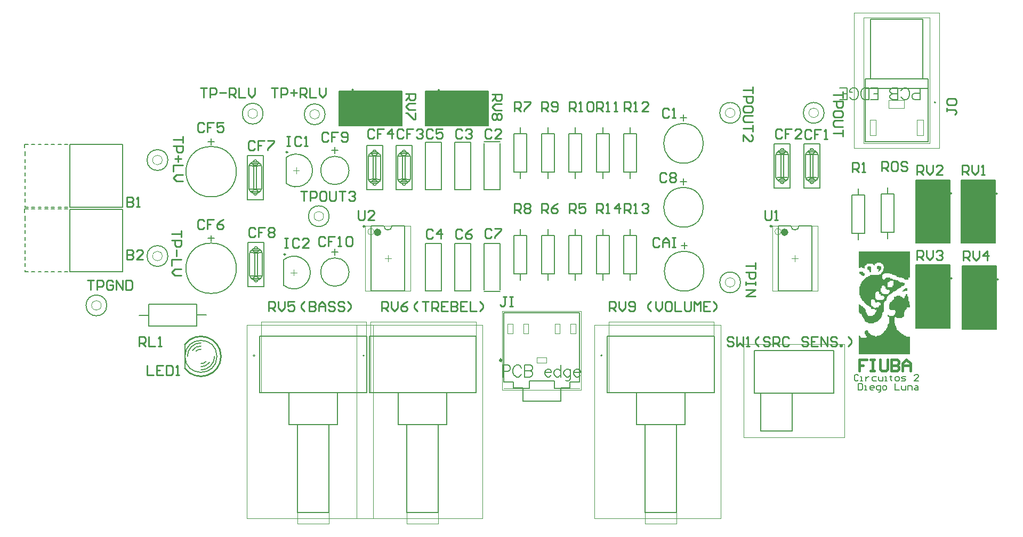
<source format=gto>
G04*
G04 #@! TF.GenerationSoftware,Altium Limited,Altium Designer,18.0.7 (293)*
G04*
G04 Layer_Color=16776960*
%FSLAX25Y25*%
%MOIN*%
G70*
G01*
G75*
%ADD10C,0.00500*%
%ADD11C,0.00787*%
%ADD12C,0.00600*%
%ADD13C,0.01000*%
%ADD14C,0.00800*%
%ADD15C,0.00984*%
%ADD16C,0.01339*%
%ADD17C,0.02362*%
%ADD18C,0.00280*%
%ADD19C,0.00394*%
%ADD20C,0.01575*%
%ADD21C,0.00000*%
%ADD22C,0.00000*%
%ADD23C,0.00781*%
%ADD24C,0.00300*%
%ADD25C,0.00197*%
G36*
X261926Y167551D02*
X222426D01*
Y189051D01*
X261926D01*
Y167551D01*
D02*
G37*
G36*
X208028D02*
X168528D01*
Y189051D01*
X208028D01*
Y167551D01*
D02*
G37*
G36*
X578913Y94078D02*
X557413D01*
Y133578D01*
X578913D01*
Y94078D01*
D02*
G37*
G36*
X550567Y94078D02*
X529067D01*
Y133578D01*
X550567D01*
Y94078D01*
D02*
G37*
G36*
Y40791D02*
X529067D01*
Y80291D01*
X550567D01*
Y40791D01*
D02*
G37*
G36*
X579602Y40241D02*
X558102D01*
Y79741D01*
X579602D01*
Y40241D01*
D02*
G37*
D10*
X162406Y110827D02*
G03*
X162406Y110827I-6500J0D01*
G01*
X419591Y69417D02*
G03*
X419591Y69417I-6500J0D01*
G01*
Y175492D02*
G03*
X419591Y175492I-6500J0D01*
G01*
X471854Y175492D02*
G03*
X471854Y175492I-6500J0D01*
G01*
X384380Y63998D02*
G03*
X384350Y63998I-30J12402D01*
G01*
X383986Y143996D02*
G03*
X383957Y143996I-30J12402D01*
G01*
X383986Y103997D02*
G03*
X383957Y103997I-30J12402D01*
G01*
X165966Y67008D02*
G03*
X165945Y67008I-21J8858D01*
G01*
X159846Y174606D02*
G03*
X159846Y174606I-6500J0D01*
G01*
X121067Y175000D02*
G03*
X121067Y175000I-6500J0D01*
G01*
X88620Y122933D02*
G03*
X88583Y122933I-38J15748D01*
G01*
X88620Y62500D02*
G03*
X88583Y62500I-38J15748D01*
G01*
X61520Y145965D02*
G03*
X61520Y145965I-6500J0D01*
G01*
Y85905D02*
G03*
X61520Y85905I-6500J0D01*
G01*
X165966Y130610D02*
G03*
X165945Y130610I-21J8858D01*
G01*
X23331Y55020D02*
G03*
X23331Y55020I-6500J0D01*
G01*
X204129Y127393D02*
X214129D01*
Y154952D01*
X204129D02*
X214129D01*
X204129Y127393D02*
Y154952D01*
X185748Y127393D02*
X195748D01*
Y154952D01*
X185748D02*
X195748D01*
X185748Y127393D02*
Y154952D01*
X232510Y127393D02*
Y157019D01*
X222510Y127393D02*
Y157019D01*
X225872D02*
X229148D01*
X222510Y127393D02*
X225774D01*
X232510D01*
X222510Y157019D02*
X225872D01*
X229148D02*
X232510D01*
X240891Y127393D02*
Y157019D01*
X250891Y127393D02*
Y157019D01*
X244253Y127393D02*
X247529D01*
X247627Y157019D02*
X250891D01*
X240891D02*
X247627D01*
X247529Y127393D02*
X250891D01*
X240891D02*
X244253D01*
X259272Y157436D02*
X261772D01*
X266772D02*
X269272D01*
X259272Y127393D02*
X269272D01*
Y156452D01*
X261772Y157436D02*
X266772D01*
X259272Y127393D02*
Y156452D01*
X295Y76063D02*
X5807D01*
X-27854Y75965D02*
Y77146D01*
Y79311D02*
Y81280D01*
Y83445D02*
Y85413D01*
Y91713D02*
Y93681D01*
Y87579D02*
Y89547D01*
Y99980D02*
Y101949D01*
Y95846D02*
Y97815D01*
Y104114D02*
Y106083D01*
Y108248D02*
Y110217D01*
Y109035D02*
Y111004D01*
X-27953Y113268D02*
Y115335D01*
X-25886D01*
X-3051Y75965D02*
X-1083D01*
X-7185D02*
X-5217D01*
X-15453D02*
X-13484D01*
X-11319D02*
X-9350D01*
X-23720D02*
X-21752D01*
X-27854D02*
X-25886D01*
X-19587D02*
X-17618D01*
X-19587Y115335D02*
X-17618D01*
X-23720D02*
X-21752D01*
X-11319D02*
X-9350D01*
X-15453D02*
X-13484D01*
X-7185D02*
X-5217D01*
X-3051D02*
X-1083D01*
X33268Y76063D02*
Y115236D01*
X5807Y76063D02*
X33268D01*
X295Y115236D02*
X33268D01*
X295Y76063D02*
Y115236D01*
Y116437D02*
X5807D01*
X-27854Y116339D02*
Y117520D01*
Y119685D02*
Y121654D01*
Y123819D02*
Y125787D01*
Y132087D02*
Y134055D01*
Y127953D02*
Y129921D01*
Y140354D02*
Y142323D01*
Y136221D02*
Y138189D01*
Y144488D02*
Y146457D01*
Y148622D02*
Y150591D01*
Y149409D02*
Y151378D01*
X-27953Y153642D02*
Y155709D01*
X-25886D01*
X-3051Y116339D02*
X-1083D01*
X-7185D02*
X-5217D01*
X-15453D02*
X-13484D01*
X-11319D02*
X-9350D01*
X-23720D02*
X-21752D01*
X-27854D02*
X-25886D01*
X-19587D02*
X-17618D01*
X-19587Y155709D02*
X-17618D01*
X-23720D02*
X-21752D01*
X-11319D02*
X-9350D01*
X-15453D02*
X-13484D01*
X-7185D02*
X-5217D01*
X-3051D02*
X-1083D01*
X33268Y116437D02*
Y155610D01*
X5807Y116437D02*
X33268D01*
X295Y155610D02*
X33268D01*
X295Y116437D02*
Y155610D01*
X111142Y121260D02*
X121142D01*
Y148819D01*
X111142D02*
X121142D01*
X111142Y121260D02*
Y148819D01*
X111634Y66929D02*
X121634D01*
Y94488D01*
X111634D02*
X121634D01*
X111634Y66929D02*
Y94488D01*
X459173Y128445D02*
X469173D01*
Y156004D01*
X459173D02*
X469173D01*
X459173Y128445D02*
Y156004D01*
X440669Y128476D02*
X450669D01*
Y156035D01*
X440669D02*
X450669D01*
X440669Y128476D02*
Y156035D01*
X283465Y-4823D02*
X307087D01*
X277559Y3295D02*
X283465D01*
X307087Y-4732D02*
Y2988D01*
X283465Y-4732D02*
Y2988D01*
X307087Y3295D02*
X312992D01*
Y3445D02*
Y6988D01*
X318898D01*
X277559Y3445D02*
Y6988D01*
X271654D02*
X277559D01*
X271654D02*
Y50295D01*
X318898Y6988D02*
Y50295D01*
X271654D02*
X318898D01*
X266772Y63790D02*
X269272D01*
X259272D02*
X261772D01*
X259272Y93834D02*
X269272D01*
X259272Y64775D02*
Y93834D01*
X261772Y63790D02*
X266772D01*
X269272Y64775D02*
Y93834D01*
X232510Y63999D02*
Y93625D01*
X222510Y63999D02*
Y93625D01*
X225872D02*
X229148D01*
X222510Y63999D02*
X225774D01*
X232510D01*
X222510Y93625D02*
X225872D01*
X229148D02*
X232510D01*
X240891Y63999D02*
Y93625D01*
X250891Y63999D02*
Y93625D01*
X244253Y63999D02*
X247529D01*
X247627Y93625D02*
X250891D01*
X240891D02*
X247627D01*
X247529Y63999D02*
X250891D01*
X240891D02*
X244253D01*
X384401Y94313D02*
Y90377D01*
X386368Y92345D02*
X382433D01*
X384007Y174311D02*
Y170375D01*
X385975Y172343D02*
X382039D01*
X384007Y134312D02*
Y130376D01*
X385975Y132344D02*
X382039D01*
X165995Y90366D02*
Y86430D01*
X167963Y88398D02*
X164027D01*
X88633Y159350D02*
Y155415D01*
X90601Y157383D02*
X86665D01*
X88633Y98917D02*
Y94982D01*
X90601Y96949D02*
X86665D01*
X165995Y153969D02*
Y150033D01*
X167963Y152001D02*
X164027D01*
X536811Y157283D02*
Y190748D01*
Y196654D01*
X533465D02*
X536811D01*
X500787D02*
X533465D01*
X497441D02*
X500787D01*
X497441Y190748D02*
Y196654D01*
Y157283D02*
Y190748D01*
Y157283D02*
X536811D01*
X533465Y196654D02*
Y234055D01*
X500787D02*
X533465D01*
X500787Y196654D02*
Y234055D01*
X497441Y190748D02*
X536811D01*
Y157283D02*
Y190748D01*
Y196654D01*
X533465D02*
X536811D01*
X500787D02*
X533465D01*
X497441D02*
X500787D01*
X497441Y190748D02*
Y196654D01*
Y157283D02*
Y190748D01*
Y157283D02*
X536811D01*
X533465Y196654D02*
Y234055D01*
X500787D02*
X533465D01*
X500787Y196654D02*
Y234055D01*
X497441Y190748D02*
X536811D01*
X312992Y6988D02*
X318898D01*
X312992Y3051D02*
Y6988D01*
X303150Y3051D02*
X312992D01*
X303150D02*
Y7776D01*
X287402D02*
X303150D01*
X287402Y3051D02*
Y7776D01*
X277559Y3051D02*
X287402D01*
X277559D02*
Y6988D01*
X271654D02*
X277559D01*
X318898D02*
Y50295D01*
X271654D02*
X318898D01*
X271654Y6988D02*
Y50295D01*
X312992Y6988D02*
X318898D01*
X312992Y3051D02*
Y6988D01*
X303150Y3051D02*
X312992D01*
X303150D02*
Y7776D01*
X287402D02*
X303150D01*
X287402Y3051D02*
Y7776D01*
X277559Y3051D02*
X287402D01*
X277559D02*
Y6988D01*
X271654D02*
X277559D01*
X318898D02*
Y50295D01*
X271654D02*
X318898D01*
X271654Y6988D02*
Y50295D01*
X206284Y132387D02*
G03*
X208276Y131331I1976J1321D01*
G01*
X209983Y131330D02*
G03*
X211957Y132367I11J2376D01*
G01*
X208275Y151015D02*
G03*
X206301Y149977I-11J-2376D01*
G01*
X211974Y149958D02*
G03*
X209982Y151014I-1976J-1321D01*
G01*
X205447Y148524D02*
G03*
X205180Y148259I87J-354D01*
G01*
X208330Y148334D02*
G03*
X205447Y148524I-4288J-43031D01*
G01*
X208330Y134011D02*
G03*
X205447Y133820I41749J-654584D01*
G01*
X205180Y134086D02*
G03*
X205447Y133820I357J92D01*
G01*
X209928Y148334D02*
G03*
X212811Y148524I-41797J655314D01*
G01*
X213077Y148259D02*
G03*
X212811Y148524I-357J-92D01*
G01*
X212811Y133820D02*
G03*
X213077Y134086I-87J354D01*
G01*
X209928Y134011D02*
G03*
X212811Y133820I4288J43031D01*
G01*
X208330Y133482D02*
G03*
X207068Y132314I3661J-5218D01*
G01*
X205180Y134086D02*
G03*
X206952Y132314I1772J0D01*
G01*
X213077Y148259D02*
G03*
X211306Y150031I-1772J0D01*
G01*
X206952D02*
G03*
X205180Y148259I0J-1772D01*
G01*
X211306Y132314D02*
G03*
X213077Y134086I0J1772D01*
G01*
X207948Y131330D02*
G03*
X210310Y131330I1181J0D01*
G01*
Y151015D02*
G03*
X207948Y151015I-1181J0D01*
G01*
X187903Y132387D02*
G03*
X189895Y131331I1976J1321D01*
G01*
X191602Y131330D02*
G03*
X193576Y132367I11J2376D01*
G01*
X189894Y151015D02*
G03*
X187920Y149977I-11J-2376D01*
G01*
X193593Y149958D02*
G03*
X191601Y151014I-1976J-1321D01*
G01*
X187066Y148524D02*
G03*
X186799Y148259I87J-354D01*
G01*
X189949Y148334D02*
G03*
X187066Y148524I-4288J-43031D01*
G01*
X189949Y134011D02*
G03*
X187066Y133820I41749J-654584D01*
G01*
X186799Y134086D02*
G03*
X187066Y133820I357J92D01*
G01*
X191547Y148334D02*
G03*
X194430Y148524I-41797J655314D01*
G01*
X194697Y148259D02*
G03*
X194430Y148524I-357J-92D01*
G01*
X194430Y133820D02*
G03*
X194697Y134086I-87J354D01*
G01*
X191547Y134011D02*
G03*
X194430Y133820I4288J43031D01*
G01*
X189949Y133482D02*
G03*
X188688Y132314I3661J-5218D01*
G01*
X186799Y134086D02*
G03*
X188571Y132314I1772J0D01*
G01*
X194697Y148259D02*
G03*
X192925Y150031I-1772J0D01*
G01*
X188571D02*
G03*
X186799Y148259I0J-1772D01*
G01*
X192925Y132314D02*
G03*
X194697Y134086I0J1772D01*
G01*
X189567Y131330D02*
G03*
X191929Y131330I1181J0D01*
G01*
Y151015D02*
G03*
X189567Y151015I-1181J0D01*
G01*
X113297Y126254D02*
G03*
X115289Y125198I1976J1321D01*
G01*
X116996Y125197D02*
G03*
X118970Y126234I11J2376D01*
G01*
X115287Y144882D02*
G03*
X113313Y143844I-11J-2376D01*
G01*
X118987Y143825D02*
G03*
X116995Y144881I-1976J-1321D01*
G01*
X112459Y142391D02*
G03*
X112193Y142126I87J-354D01*
G01*
X115343Y142201D02*
G03*
X112459Y142391I-4288J-43031D01*
G01*
X115343Y127878D02*
G03*
X112459Y127688I41749J-654584D01*
G01*
X112193Y127953D02*
G03*
X112459Y127688I357J92D01*
G01*
X116941Y142201D02*
G03*
X119824Y142391I-41797J655314D01*
G01*
X120090Y142126D02*
G03*
X119824Y142391I-357J-92D01*
G01*
X119824Y127688D02*
G03*
X120090Y127953I-87J354D01*
G01*
X116941Y127878D02*
G03*
X119824Y127688I4288J43031D01*
G01*
X115343Y127349D02*
G03*
X114081Y126181I3661J-5218D01*
G01*
X112193Y127953D02*
G03*
X113965Y126181I1772J0D01*
G01*
X120090Y142126D02*
G03*
X118319Y143898I-1772J0D01*
G01*
X113965D02*
G03*
X112193Y142126I0J-1772D01*
G01*
X118319Y126181D02*
G03*
X120090Y127953I0J1772D01*
G01*
X114961Y125197D02*
G03*
X117323Y125197I1181J0D01*
G01*
Y144882D02*
G03*
X114961Y144882I-1181J0D01*
G01*
X113789Y71923D02*
G03*
X115781Y70867I1976J1321D01*
G01*
X117488Y70866D02*
G03*
X119462Y71904I11J2376D01*
G01*
X115779Y90551D02*
G03*
X113806Y89514I-11J-2376D01*
G01*
X119479Y89494D02*
G03*
X117487Y90550I-1976J-1321D01*
G01*
X112952Y88060D02*
G03*
X112685Y87795I87J-354D01*
G01*
X115835Y87870D02*
G03*
X112952Y88060I-4288J-43031D01*
G01*
X115835Y73547D02*
G03*
X112952Y73357I41749J-654584D01*
G01*
X112685Y73622D02*
G03*
X112952Y73357I357J92D01*
G01*
X117433Y87870D02*
G03*
X120316Y88060I-41797J655314D01*
G01*
X120582Y87795D02*
G03*
X120316Y88060I-357J-92D01*
G01*
X120316Y73357D02*
G03*
X120582Y73622I-87J354D01*
G01*
X117433Y73547D02*
G03*
X120316Y73357I4288J43031D01*
G01*
X115835Y73019D02*
G03*
X114573Y71850I3661J-5218D01*
G01*
X112685Y73622D02*
G03*
X114457Y71850I1772J0D01*
G01*
X120582Y87795D02*
G03*
X118811Y89567I-1772J0D01*
G01*
X114457D02*
G03*
X112685Y87795I0J-1772D01*
G01*
X118811Y71850D02*
G03*
X120582Y73622I0J1772D01*
G01*
X115453Y70866D02*
G03*
X117815Y70866I1181J0D01*
G01*
Y90551D02*
G03*
X115453Y90551I-1181J0D01*
G01*
X461328Y133439D02*
G03*
X463320Y132383I1976J1321D01*
G01*
X465028Y132382D02*
G03*
X467001Y133420I11J2376D01*
G01*
X463319Y152067D02*
G03*
X461345Y151029I-11J-2376D01*
G01*
X467018Y151010D02*
G03*
X465026Y152066I-1976J-1321D01*
G01*
X460491Y149576D02*
G03*
X460225Y149311I87J-354D01*
G01*
X463374Y149386D02*
G03*
X460491Y149576I-4288J-43031D01*
G01*
X463374Y135063D02*
G03*
X460491Y134873I41749J-654584D01*
G01*
X460225Y135138D02*
G03*
X460491Y134873I357J92D01*
G01*
X464972Y149386D02*
G03*
X467856Y149576I-41797J655314D01*
G01*
X468122Y149311D02*
G03*
X467856Y149576I-357J-92D01*
G01*
X467856Y134873D02*
G03*
X468122Y135138I-87J354D01*
G01*
X464972Y135063D02*
G03*
X467856Y134873I4288J43031D01*
G01*
X463374Y134534D02*
G03*
X462113Y133366I3661J-5218D01*
G01*
X460225Y135138D02*
G03*
X461996Y133366I1772J0D01*
G01*
X468122Y149311D02*
G03*
X466350Y151083I-1772J0D01*
G01*
X461996D02*
G03*
X460225Y149311I0J-1772D01*
G01*
X466350Y133366D02*
G03*
X468122Y135138I0J1772D01*
G01*
X462992Y132382D02*
G03*
X465354Y132382I1181J0D01*
G01*
Y152067D02*
G03*
X462992Y152067I-1181J0D01*
G01*
X442824Y133470D02*
G03*
X444816Y132415I1976J1321D01*
G01*
X446524Y132413D02*
G03*
X448498Y133451I11J2376D01*
G01*
X444815Y152098D02*
G03*
X442841Y151061I-11J-2376D01*
G01*
X448514Y151042D02*
G03*
X446522Y152097I-1976J-1321D01*
G01*
X441987Y149608D02*
G03*
X441721Y149343I87J-354D01*
G01*
X444870Y149417D02*
G03*
X441987Y149608I-4288J-43031D01*
G01*
X444870Y135094D02*
G03*
X441987Y134904I41749J-654584D01*
G01*
X441721Y135169D02*
G03*
X441987Y134904I357J92D01*
G01*
X446468Y149417D02*
G03*
X449352Y149608I-41797J655314D01*
G01*
X449618Y149343D02*
G03*
X449352Y149608I-357J-92D01*
G01*
X449352Y134904D02*
G03*
X449618Y135169I-87J354D01*
G01*
X446468Y135094D02*
G03*
X449352Y134904I4288J43031D01*
G01*
X444870Y134566D02*
G03*
X443609Y133398I3661J-5218D01*
G01*
X441721Y135169D02*
G03*
X443492Y133398I1772J0D01*
G01*
X449618Y149343D02*
G03*
X447846Y151114I-1772J0D01*
G01*
X443492D02*
G03*
X441721Y149343I0J-1772D01*
G01*
X447846Y133398D02*
G03*
X449618Y135169I0J1772D01*
G01*
X444488Y132413D02*
G03*
X446850Y132413I1181J0D01*
G01*
Y152098D02*
G03*
X444488Y152098I-1181J0D01*
G01*
X211973Y132385D02*
X211992Y132412D01*
X212051Y132492D01*
X206212Y132487D02*
X206280Y132393D01*
X206284Y132387D01*
X206266Y149932D02*
X206283Y149960D01*
X206207Y149852D02*
X206266Y149932D01*
X211978Y149951D02*
X212046Y149858D01*
X211974Y149958D02*
X211978Y149951D01*
X209928Y148862D02*
X210006Y148874D01*
X210098Y148916D01*
X210197Y148990D01*
X210281Y149072D01*
X210503Y149335D01*
X210690Y149576D01*
X210859Y149781D01*
X211006Y149931D01*
X211107Y150005D01*
X211189Y150031D01*
X207068D02*
X207174Y149991D01*
X207313Y149873D01*
X207497Y149664D01*
X207724Y149374D01*
X207842Y149225D01*
X207978Y149071D01*
X208073Y148980D01*
X208192Y148898D01*
X208269Y148869D01*
X208330Y148862D01*
X211141Y132324D02*
X211189Y132314D01*
X211084Y132353D02*
X211141Y132324D01*
X211019Y132403D02*
X211084Y132353D01*
X210945Y132472D02*
X211019Y132403D01*
X210858Y132566D02*
X210945Y132472D01*
X210761Y132680D02*
X210858Y132566D01*
X210653Y132816D02*
X210761Y132680D01*
X210534Y132970D02*
X210653Y132816D01*
X210416Y133118D02*
X210534Y132970D01*
X210280Y133273D02*
X210416Y133118D01*
X210235Y133319D02*
X210280Y133273D01*
X210185Y133365D02*
X210235Y133319D01*
X210129Y133408D02*
X210185Y133365D01*
X210066Y133447D02*
X210129Y133408D01*
X210029Y133463D02*
X210066Y133447D01*
X209989Y133475D02*
X210029Y133463D01*
X209959Y133480D02*
X209989Y133475D01*
X209928Y133482D02*
X209959Y133480D01*
X208276Y131331D02*
X209983Y131330D01*
X208275Y151015D02*
X209982Y151013D01*
X208330Y133482D02*
Y148862D01*
X205180Y134086D02*
Y148259D01*
X213078Y134086D02*
Y148259D01*
X209928Y133482D02*
Y148862D01*
X208330Y148334D02*
X209928D01*
X208330Y134011D02*
X209928D01*
X208330Y133482D02*
X209928D01*
X208330Y148862D02*
X209928D01*
X206952Y150031D02*
X211306D01*
X206952Y132314D02*
X211306D01*
X193593Y132385D02*
X193611Y132412D01*
X193670Y132492D01*
X187831Y132487D02*
X187899Y132393D01*
X187903Y132387D01*
X187885Y149932D02*
X187902Y149960D01*
X187826Y149852D02*
X187885Y149932D01*
X193597Y149951D02*
X193665Y149858D01*
X193593Y149958D02*
X193597Y149951D01*
X191547Y148862D02*
X191625Y148874D01*
X191717Y148916D01*
X191816Y148990D01*
X191901Y149072D01*
X192122Y149335D01*
X192309Y149576D01*
X192478Y149781D01*
X192625Y149931D01*
X192726Y150005D01*
X192808Y150031D01*
X188688D02*
X188793Y149991D01*
X188932Y149873D01*
X189116Y149664D01*
X189343Y149374D01*
X189461Y149225D01*
X189597Y149071D01*
X189692Y148980D01*
X189811Y148898D01*
X189888Y148869D01*
X189949Y148862D01*
X192760Y132324D02*
X192808Y132314D01*
X192703Y132353D02*
X192760Y132324D01*
X192638Y132403D02*
X192703Y132353D01*
X192564Y132472D02*
X192638Y132403D01*
X192477Y132566D02*
X192564Y132472D01*
X192380Y132680D02*
X192477Y132566D01*
X192272Y132816D02*
X192380Y132680D01*
X192153Y132970D02*
X192272Y132816D01*
X192035Y133118D02*
X192153Y132970D01*
X191899Y133273D02*
X192035Y133118D01*
X191854Y133319D02*
X191899Y133273D01*
X191804Y133365D02*
X191854Y133319D01*
X191749Y133408D02*
X191804Y133365D01*
X191685Y133447D02*
X191749Y133408D01*
X191648Y133463D02*
X191685Y133447D01*
X191608Y133475D02*
X191648Y133463D01*
X191578Y133480D02*
X191608Y133475D01*
X191547Y133482D02*
X191578Y133480D01*
X189895Y131331D02*
X191602Y131330D01*
X189894Y151015D02*
X191601Y151013D01*
X189949Y133482D02*
Y148862D01*
X186799Y134086D02*
Y148259D01*
X194697Y134086D02*
Y148259D01*
X191547Y133482D02*
Y148862D01*
X189949Y148334D02*
X191547D01*
X189949Y134011D02*
X191547D01*
X189949Y133482D02*
X191547D01*
X189949Y148862D02*
X191547D01*
X188571Y150031D02*
X192925D01*
X188571Y132314D02*
X192925D01*
X118986Y126253D02*
X119004Y126279D01*
X119064Y126360D01*
X113224Y126354D02*
X113292Y126260D01*
X113297Y126254D01*
X113279Y143799D02*
X113296Y143827D01*
X113220Y143719D02*
X113279Y143799D01*
X118991Y143818D02*
X119059Y143725D01*
X118987Y143825D02*
X118991Y143818D01*
X116941Y142729D02*
X117018Y142741D01*
X117110Y142783D01*
X117210Y142857D01*
X117294Y142939D01*
X117515Y143202D01*
X117703Y143443D01*
X117872Y143648D01*
X118019Y143798D01*
X118120Y143872D01*
X118202Y143898D01*
X114081D02*
X114186Y143859D01*
X114326Y143740D01*
X114510Y143531D01*
X114737Y143242D01*
X114855Y143093D01*
X114990Y142938D01*
X115086Y142847D01*
X115205Y142765D01*
X115282Y142736D01*
X115343Y142729D01*
X118154Y126191D02*
X118202Y126181D01*
X118097Y126220D02*
X118154Y126191D01*
X118031Y126270D02*
X118097Y126220D01*
X117958Y126339D02*
X118031Y126270D01*
X117870Y126433D02*
X117958Y126339D01*
X117774Y126548D02*
X117870Y126433D01*
X117666Y126683D02*
X117774Y126548D01*
X117546Y126837D02*
X117666Y126683D01*
X117429Y126985D02*
X117546Y126837D01*
X117293Y127140D02*
X117429Y126985D01*
X117247Y127187D02*
X117293Y127140D01*
X117198Y127232D02*
X117247Y127187D01*
X117142Y127275D02*
X117198Y127232D01*
X117079Y127314D02*
X117142Y127275D01*
X117042Y127330D02*
X117079Y127314D01*
X117002Y127342D02*
X117042Y127330D01*
X116972Y127348D02*
X117002Y127342D01*
X116941Y127349D02*
X116972Y127348D01*
X115289Y125198D02*
X116996Y125197D01*
X115287Y144882D02*
X116995Y144881D01*
X115343Y127349D02*
Y142729D01*
X112193Y127953D02*
Y142126D01*
X120090Y127953D02*
Y142126D01*
X116941Y127349D02*
Y142729D01*
X115343Y142201D02*
X116941D01*
X115343Y127878D02*
X116941D01*
X115343Y127349D02*
X116941D01*
X115343Y142729D02*
X116941D01*
X113965Y143898D02*
X118319D01*
X113965Y126181D02*
X118319D01*
X119478Y71922D02*
X119497Y71949D01*
X119556Y72029D01*
X113717Y72023D02*
X113785Y71930D01*
X113789Y71923D01*
X113771Y89469D02*
X113788Y89496D01*
X113712Y89388D02*
X113771Y89469D01*
X119483Y89488D02*
X119551Y89394D01*
X119479Y89494D02*
X119483Y89488D01*
X117433Y88399D02*
X117510Y88410D01*
X117602Y88452D01*
X117702Y88526D01*
X117786Y88609D01*
X118008Y88871D01*
X118195Y89112D01*
X118364Y89317D01*
X118511Y89467D01*
X118612Y89541D01*
X118694Y89567D01*
X114573D02*
X114679Y89528D01*
X114818Y89409D01*
X115002Y89201D01*
X115229Y88911D01*
X115347Y88762D01*
X115483Y88608D01*
X115578Y88516D01*
X115697Y88434D01*
X115774Y88406D01*
X115835Y88399D01*
X118646Y71860D02*
X118694Y71850D01*
X118589Y71890D02*
X118646Y71860D01*
X118524Y71939D02*
X118589Y71890D01*
X118450Y72008D02*
X118524Y71939D01*
X118363Y72102D02*
X118450Y72008D01*
X118266Y72217D02*
X118363Y72102D01*
X118158Y72353D02*
X118266Y72217D01*
X118038Y72507D02*
X118158Y72353D01*
X117921Y72654D02*
X118038Y72507D01*
X117785Y72810D02*
X117921Y72654D01*
X117740Y72856D02*
X117785Y72810D01*
X117690Y72901D02*
X117740Y72856D01*
X117634Y72944D02*
X117690Y72901D01*
X117571Y72983D02*
X117634Y72944D01*
X117534Y72999D02*
X117571Y72983D01*
X117494Y73012D02*
X117534Y72999D01*
X117464Y73017D02*
X117494Y73012D01*
X117433Y73019D02*
X117464Y73017D01*
X115781Y70867D02*
X117488Y70866D01*
X115779Y90551D02*
X117487Y90550D01*
X115835Y73019D02*
Y88399D01*
X112685Y73622D02*
Y87795D01*
X120582Y73622D02*
Y87795D01*
X117433Y73019D02*
Y88399D01*
X115835Y87870D02*
X117433D01*
X115835Y73547D02*
X117433D01*
X115835Y73019D02*
X117433D01*
X115835Y88399D02*
X117433D01*
X114457Y89567D02*
X118811D01*
X114457Y71850D02*
X118811D01*
X467018Y133438D02*
X467036Y133464D01*
X467095Y133545D01*
X461256Y133539D02*
X461324Y133445D01*
X461328Y133439D01*
X461311Y150984D02*
X461328Y151012D01*
X461251Y150904D02*
X461311Y150984D01*
X467023Y151004D02*
X467091Y150910D01*
X467018Y151010D02*
X467023Y151004D01*
X464972Y149914D02*
X465050Y149926D01*
X465142Y149968D01*
X465241Y150042D01*
X465326Y150124D01*
X465547Y150387D01*
X465735Y150628D01*
X465904Y150833D01*
X466051Y150983D01*
X466151Y151057D01*
X466234Y151083D01*
X462113D02*
X462218Y151044D01*
X462357Y150925D01*
X462541Y150716D01*
X462769Y150427D01*
X462887Y150278D01*
X463022Y150123D01*
X463117Y150032D01*
X463236Y149950D01*
X463313Y149921D01*
X463374Y149914D01*
X466185Y133376D02*
X466234Y133366D01*
X466129Y133405D02*
X466185Y133376D01*
X466063Y133455D02*
X466129Y133405D01*
X465989Y133524D02*
X466063Y133455D01*
X465902Y133618D02*
X465989Y133524D01*
X465805Y133733D02*
X465902Y133618D01*
X465697Y133869D02*
X465805Y133733D01*
X465578Y134022D02*
X465697Y133869D01*
X465460Y134170D02*
X465578Y134022D01*
X465325Y134326D02*
X465460Y134170D01*
X465279Y134372D02*
X465325Y134326D01*
X465229Y134417D02*
X465279Y134372D01*
X465174Y134460D02*
X465229Y134417D01*
X465110Y134499D02*
X465174Y134460D01*
X465073Y134515D02*
X465110Y134499D01*
X465033Y134527D02*
X465073Y134515D01*
X465003Y134533D02*
X465033Y134527D01*
X464972Y134534D02*
X465003Y134533D01*
X463320Y132383D02*
X465028Y132382D01*
X463319Y152067D02*
X465026Y152066D01*
X463374Y134534D02*
Y149914D01*
X460225Y135138D02*
Y149311D01*
X468122Y135138D02*
Y149311D01*
X464972Y134534D02*
Y149914D01*
X463374Y149386D02*
X464972D01*
X463374Y135063D02*
X464972D01*
X463374Y134534D02*
X464972D01*
X463374Y149914D02*
X464972D01*
X461996Y151083D02*
X466350D01*
X461996Y133366D02*
X466350D01*
X448514Y133469D02*
X448532Y133496D01*
X448591Y133576D01*
X442752Y133571D02*
X442820Y133477D01*
X442824Y133470D01*
X442807Y151016D02*
X442824Y151044D01*
X442747Y150936D02*
X442807Y151016D01*
X448519Y151035D02*
X448587Y150941D01*
X448514Y151042D02*
X448519Y151035D01*
X446468Y149946D02*
X446546Y149957D01*
X446638Y149999D01*
X446738Y150073D01*
X446822Y150156D01*
X447043Y150419D01*
X447231Y150659D01*
X447400Y150864D01*
X447547Y151015D01*
X447647Y151089D01*
X447730Y151114D01*
X443609D02*
X443714Y151075D01*
X443853Y150957D01*
X444037Y150748D01*
X444265Y150458D01*
X444383Y150309D01*
X444518Y150155D01*
X444613Y150064D01*
X444732Y149982D01*
X444809Y149953D01*
X444870Y149946D01*
X447681Y133407D02*
X447730Y133398D01*
X447625Y133437D02*
X447681Y133407D01*
X447559Y133486D02*
X447625Y133437D01*
X447485Y133555D02*
X447559Y133486D01*
X447398Y133649D02*
X447485Y133555D01*
X447301Y133764D02*
X447398Y133649D01*
X447193Y133900D02*
X447301Y133764D01*
X447074Y134054D02*
X447193Y133900D01*
X446956Y134202D02*
X447074Y134054D01*
X446821Y134357D02*
X446956Y134202D01*
X446775Y134403D02*
X446821Y134357D01*
X446725Y134448D02*
X446775Y134403D01*
X446670Y134492D02*
X446725Y134448D01*
X446606Y134530D02*
X446670Y134492D01*
X446569Y134547D02*
X446606Y134530D01*
X446529Y134559D02*
X446569Y134547D01*
X446499Y134564D02*
X446529Y134559D01*
X446468Y134566D02*
X446499Y134564D01*
X444816Y132415D02*
X446524Y132413D01*
X444815Y152098D02*
X446522Y152097D01*
X444870Y134566D02*
Y149946D01*
X441721Y135169D02*
Y149343D01*
X449618Y135169D02*
Y149343D01*
X446468Y134566D02*
Y149946D01*
X444870Y149417D02*
X446468D01*
X444870Y135094D02*
X446468D01*
X444870Y134566D02*
X446468D01*
X444870Y149946D02*
X446468D01*
X443492Y151114D02*
X447846D01*
X443492Y133398D02*
X447846D01*
D11*
X115354Y23228D02*
G03*
X115354Y24016I0J394D01*
G01*
D02*
G03*
X115354Y23228I0J-394D01*
G01*
X332677D02*
G03*
X332677Y24016I0J394D01*
G01*
D02*
G03*
X332677Y23228I0J-394D01*
G01*
X183858D02*
G03*
X183858Y24016I0J394D01*
G01*
D02*
G03*
X183858Y23228I0J-394D01*
G01*
X541575Y182087D02*
G03*
X541575Y182087I-394J0D01*
G01*
X135430Y131402D02*
G03*
X135430Y147535I6302J8066D01*
G01*
X134052Y67524D02*
G03*
X134052Y83657I6302J8066D01*
G01*
X196614Y104693D02*
G03*
X201614Y104693I2500J0D01*
G01*
X451142Y104724D02*
G03*
X456142Y104724I2500J0D01*
G01*
X79665Y49019D02*
X81165D01*
X84165D02*
X85665D01*
X49665Y42019D02*
X79665D01*
Y55619D01*
X49665D02*
X79665D01*
X49665Y42019D02*
Y55619D01*
X81165Y49019D02*
X84165D01*
X43665Y48719D02*
X49665D01*
X135433Y131402D02*
Y147535D01*
X134055Y67524D02*
Y83657D01*
X299065Y98696D02*
Y102696D01*
Y70696D02*
Y74696D01*
X303065D02*
Y98696D01*
X295065D02*
X303065D01*
X295065Y74696D02*
Y98696D01*
Y74696D02*
X303065D01*
X329415Y138299D02*
X337415D01*
X329415D02*
Y162299D01*
X337415D01*
Y138299D02*
Y162299D01*
X333415Y134299D02*
Y138299D01*
Y162299D02*
Y166299D01*
X350591Y162299D02*
Y166299D01*
Y134299D02*
Y138299D01*
X354591D02*
Y162299D01*
X346591D02*
X354591D01*
X346591Y138299D02*
Y162299D01*
Y138299D02*
X354591D01*
X329415Y74696D02*
X337415D01*
X329415D02*
Y98696D01*
X337415D01*
Y74696D02*
Y98696D01*
X333415Y70696D02*
Y74696D01*
Y98696D02*
Y102696D01*
X277890Y138299D02*
X285890D01*
X277890D02*
Y162299D01*
X285890D01*
Y138299D02*
Y162299D01*
X281890Y134299D02*
Y138299D01*
Y162299D02*
Y166299D01*
X188681Y64142D02*
X209547D01*
X201614Y104693D02*
X209547D01*
X188681D02*
X196614D01*
X209547Y64142D02*
Y104693D01*
X188681Y64142D02*
Y104693D01*
X443209Y64173D02*
X464075D01*
X456142Y104724D02*
X464075D01*
X443209D02*
X451142D01*
X464075Y64173D02*
Y104724D01*
X443209Y64173D02*
Y104724D01*
X350591Y98696D02*
Y102696D01*
Y70696D02*
Y74696D01*
X354591D02*
Y98696D01*
X346591D02*
X354591D01*
X346591Y74696D02*
Y98696D01*
Y74696D02*
X354591D01*
X507614Y100795D02*
X515614D01*
X507614D02*
Y124795D01*
X515614D01*
Y100795D02*
Y124795D01*
X511614Y96795D02*
Y100795D01*
Y124795D02*
Y128795D01*
X281890Y98696D02*
Y102696D01*
Y70696D02*
Y74696D01*
X285890D02*
Y98696D01*
X277890D02*
X285890D01*
X277890Y74696D02*
Y98696D01*
Y74696D02*
X285890D01*
X493110Y124205D02*
Y128205D01*
Y96205D02*
Y100205D01*
X497110D02*
Y124205D01*
X489110D02*
X497110D01*
X489110Y100205D02*
Y124205D01*
Y100205D02*
X497110D01*
X316240Y98696D02*
Y102696D01*
Y70696D02*
Y74696D01*
X320240D02*
Y98696D01*
X312240D02*
X320240D01*
X312240Y74696D02*
Y98696D01*
Y74696D02*
X320240D01*
X299065Y162299D02*
Y166299D01*
Y134299D02*
Y138299D01*
X303065D02*
Y162299D01*
X295065D02*
X303065D01*
X295065Y138299D02*
Y162299D01*
Y138299D02*
X303065D01*
X316240Y162299D02*
Y166299D01*
Y134299D02*
Y138299D01*
X320240D02*
Y162299D01*
X312240D02*
X320240D01*
X312240Y138299D02*
Y162299D01*
Y138299D02*
X320240D01*
X493372Y11154D02*
X492716Y11810D01*
X491404D01*
X490748Y11154D01*
Y8530D01*
X491404Y7874D01*
X492716D01*
X493372Y8530D01*
X494684Y7874D02*
X495996D01*
X495340D01*
Y10498D01*
X494684D01*
X497964D02*
Y7874D01*
Y9186D01*
X498620Y9842D01*
X499275Y10498D01*
X499931D01*
X504523D02*
X502555D01*
X501899Y9842D01*
Y8530D01*
X502555Y7874D01*
X504523D01*
X505835Y10498D02*
Y8530D01*
X506491Y7874D01*
X508459D01*
Y10498D01*
X509771Y7874D02*
X511083D01*
X510427D01*
Y10498D01*
X509771D01*
X513706Y11154D02*
Y10498D01*
X513051D01*
X514362D01*
X513706D01*
Y8530D01*
X514362Y7874D01*
X516986D02*
X518298D01*
X518954Y8530D01*
Y9842D01*
X518298Y10498D01*
X516986D01*
X516330Y9842D01*
Y8530D01*
X516986Y7874D01*
X520266D02*
X522234D01*
X522890Y8530D01*
X522234Y9186D01*
X520922D01*
X520266Y9842D01*
X520922Y10498D01*
X522890D01*
X530761Y7874D02*
X528138D01*
X530761Y10498D01*
Y11154D01*
X530105Y11810D01*
X528793D01*
X528138Y11154D01*
X493307Y6003D02*
Y2067D01*
X495275D01*
X495931Y2723D01*
Y5347D01*
X495275Y6003D01*
X493307D01*
X497243Y2067D02*
X498555D01*
X497899D01*
Y4691D01*
X497243D01*
X502491Y2067D02*
X501179D01*
X500523Y2723D01*
Y4035D01*
X501179Y4691D01*
X502491D01*
X503146Y4035D01*
Y3379D01*
X500523D01*
X505770Y755D02*
X506426D01*
X507082Y1411D01*
Y4691D01*
X505114D01*
X504458Y4035D01*
Y2723D01*
X505114Y2067D01*
X507082D01*
X509050D02*
X510362D01*
X511018Y2723D01*
Y4035D01*
X510362Y4691D01*
X509050D01*
X508394Y4035D01*
Y2723D01*
X509050Y2067D01*
X516266Y6003D02*
Y2067D01*
X518889D01*
X520201Y4691D02*
Y2723D01*
X520857Y2067D01*
X522825D01*
Y4691D01*
X524137Y2067D02*
Y4691D01*
X526105D01*
X526761Y4035D01*
Y2067D01*
X528729Y4691D02*
X530041D01*
X530697Y4035D01*
Y2067D01*
X528729D01*
X528073Y2723D01*
X528729Y3379D01*
X530697D01*
X541575Y182087D02*
G03*
X541575Y182087I-394J0D01*
G01*
D02*
G03*
X541575Y182087I-394J0D01*
G01*
X428189Y26870D02*
X477795D01*
Y98D02*
Y26870D01*
X428189Y98D02*
X477795D01*
X428189D02*
Y26870D01*
X451811Y-23524D02*
Y98D01*
X432126Y-23524D02*
X451811D01*
X432126D02*
Y98D01*
X118898Y35827D02*
X185827D01*
Y394D02*
Y35827D01*
X118898Y394D02*
X185827D01*
X118898D02*
Y35827D01*
X137205Y-19606D02*
Y394D01*
Y-19606D02*
X167520D01*
Y394D01*
X142520Y-74409D02*
Y-19606D01*
Y-74409D02*
X162205D01*
Y-19606D01*
X336220Y35827D02*
X403150D01*
Y394D02*
Y35827D01*
X336220Y394D02*
X403150D01*
X336220D02*
Y35827D01*
X354528Y-19606D02*
Y394D01*
Y-19606D02*
X384843D01*
Y394D01*
X359843Y-74409D02*
Y-19606D01*
Y-74409D02*
X379528D01*
Y-19606D01*
X187402Y35827D02*
X254331D01*
Y394D02*
Y35827D01*
X187402Y394D02*
X254331D01*
X187402D02*
Y35827D01*
X205709Y-19606D02*
Y394D01*
Y-19606D02*
X236024D01*
Y394D01*
X211024Y-74409D02*
Y-19606D01*
Y-74409D02*
X230709D01*
Y-19606D01*
X497441Y157283D02*
X536811D01*
X497441D02*
Y196654D01*
X536811D01*
Y157283D02*
Y196654D01*
X533465D02*
Y234055D01*
X500787D02*
X533465D01*
X500787Y196654D02*
Y234055D01*
D12*
X231407Y189862D02*
G03*
X231407Y189862I-500J0D01*
G01*
X177509D02*
G03*
X177509Y189862I-500J0D01*
G01*
X551878Y125097D02*
G03*
X551878Y125097I-500J0D01*
G01*
X580224Y125097D02*
G03*
X580224Y125097I-500J0D01*
G01*
X551878Y71810D02*
G03*
X551878Y71810I-500J0D01*
G01*
X580913Y71260D02*
G03*
X580913Y71260I-500J0D01*
G01*
X261426Y168051D02*
Y188551D01*
X222926Y168051D02*
X261426D01*
X222926D02*
Y188551D01*
X261426D01*
X207528Y168051D02*
Y188551D01*
X169028Y168051D02*
X207528D01*
X169028D02*
Y188551D01*
X207528D01*
X550067Y94578D02*
Y133078D01*
X529567D02*
X550067D01*
X529567Y94578D02*
Y133078D01*
Y94578D02*
X550067D01*
X578413D02*
Y133078D01*
X557913D02*
X578413D01*
X557913Y94578D02*
Y133078D01*
Y94578D02*
X578413D01*
X550067Y41291D02*
Y79791D01*
X529567D02*
X550067D01*
X529567Y41291D02*
Y79791D01*
Y41291D02*
X550067D01*
X579102Y40741D02*
Y79241D01*
X558602D02*
X579102D01*
X558602Y40741D02*
Y79241D01*
Y40741D02*
X579102D01*
X222426Y189051D02*
X261926D01*
X222426Y167551D02*
Y189051D01*
Y167551D02*
X261926D01*
Y189051D01*
X168528D02*
X208028D01*
X168528Y167551D02*
Y189051D01*
Y167551D02*
X208028D01*
Y189051D01*
X529067Y94078D02*
X550567D01*
X529067D02*
Y133578D01*
X550567D01*
Y94078D02*
Y133578D01*
X557413Y94078D02*
X578913D01*
X557413D02*
Y133578D01*
X578913D01*
Y94078D02*
Y133578D01*
X529067Y40791D02*
X550567D01*
X529067D02*
Y80291D01*
X550567D01*
Y40791D02*
Y80291D01*
X558102Y40241D02*
X579602D01*
X558102D02*
Y79741D01*
X579602D01*
Y40241D02*
Y79741D01*
D13*
X72205Y15630D02*
G03*
X72205Y30630I10000J7500D01*
G01*
X430936Y29429D02*
X428937Y31429D01*
Y33428D01*
X430936Y35427D01*
X437934Y34427D02*
X436934Y35427D01*
X434935D01*
X433935Y34427D01*
Y33428D01*
X434935Y32428D01*
X436934D01*
X437934Y31429D01*
Y30429D01*
X436934Y29429D01*
X434935D01*
X433935Y30429D01*
X439933Y29429D02*
Y35427D01*
X442933D01*
X443932Y34427D01*
Y32428D01*
X442933Y31429D01*
X439933D01*
X441933D02*
X443932Y29429D01*
X449930Y34427D02*
X448931Y35427D01*
X446931D01*
X445931Y34427D01*
Y30429D01*
X446931Y29429D01*
X448931D01*
X449930Y30429D01*
X461926Y34427D02*
X460927Y35427D01*
X458927D01*
X457928Y34427D01*
Y33428D01*
X458927Y32428D01*
X460927D01*
X461926Y31429D01*
Y30429D01*
X460927Y29429D01*
X458927D01*
X457928Y30429D01*
X467924Y35427D02*
X463926D01*
Y29429D01*
X467924D01*
X463926Y32428D02*
X465925D01*
X469924Y29429D02*
Y35427D01*
X473922Y29429D01*
Y35427D01*
X479920Y34427D02*
X478921Y35427D01*
X476922D01*
X475922Y34427D01*
Y33428D01*
X476922Y32428D01*
X478921D01*
X479920Y31429D01*
Y30429D01*
X478921Y29429D01*
X476922D01*
X475922Y30429D01*
X481920Y29429D02*
Y30429D01*
X482920D01*
Y29429D01*
X481920D01*
X486918D02*
X488918Y31429D01*
Y33428D01*
X486918Y35427D01*
X363474Y51575D02*
X361474Y53574D01*
Y55573D01*
X363474Y57573D01*
X366473D02*
Y53574D01*
X368472Y51575D01*
X370472Y53574D01*
Y57573D01*
X375470D02*
X373470D01*
X372471Y56573D01*
Y52574D01*
X373470Y51575D01*
X375470D01*
X376469Y52574D01*
Y56573D01*
X375470Y57573D01*
X378469D02*
Y51575D01*
X382468D01*
X384467Y57573D02*
Y52574D01*
X385467Y51575D01*
X387466D01*
X388466Y52574D01*
Y57573D01*
X390465Y51575D02*
Y57573D01*
X392464Y55573D01*
X394464Y57573D01*
Y51575D01*
X400462Y57573D02*
X396463D01*
Y51575D01*
X400462D01*
X396463Y54574D02*
X398462D01*
X402461Y51575D02*
X404460Y53574D01*
Y55573D01*
X402461Y57573D01*
X217706Y51575D02*
X215707Y53574D01*
Y55573D01*
X217706Y57573D01*
X220705D02*
X224704D01*
X222704D01*
Y51575D01*
X226703D02*
Y57573D01*
X229702D01*
X230702Y56573D01*
Y54574D01*
X229702Y53574D01*
X226703D01*
X228702D02*
X230702Y51575D01*
X236700Y57573D02*
X232701D01*
Y51575D01*
X236700D01*
X232701Y54574D02*
X234700D01*
X238699Y57573D02*
Y51575D01*
X241698D01*
X242698Y52574D01*
Y53574D01*
X241698Y54574D01*
X238699D01*
X241698D01*
X242698Y55573D01*
Y56573D01*
X241698Y57573D01*
X238699D01*
X248696D02*
X244697D01*
Y51575D01*
X248696D01*
X244697Y54574D02*
X246697D01*
X250695Y57573D02*
Y51575D01*
X254694D01*
X256693D02*
X258693Y53574D01*
Y55573D01*
X256693Y57573D01*
X146783Y51575D02*
X144783Y53574D01*
Y55573D01*
X146783Y57573D01*
X149782D02*
Y51575D01*
X152781D01*
X153780Y52574D01*
Y53574D01*
X152781Y54574D01*
X149782D01*
X152781D01*
X153780Y55573D01*
Y56573D01*
X152781Y57573D01*
X149782D01*
X155780Y51575D02*
Y55573D01*
X157779Y57573D01*
X159779Y55573D01*
Y51575D01*
Y54574D01*
X155780D01*
X165777Y56573D02*
X164777Y57573D01*
X162778D01*
X161778Y56573D01*
Y55573D01*
X162778Y54574D01*
X164777D01*
X165777Y53574D01*
Y52574D01*
X164777Y51575D01*
X162778D01*
X161778Y52574D01*
X171775Y56573D02*
X170775Y57573D01*
X168776D01*
X167776Y56573D01*
Y55573D01*
X168776Y54574D01*
X170775D01*
X171775Y53574D01*
Y52574D01*
X170775Y51575D01*
X168776D01*
X167776Y52574D01*
X173774Y51575D02*
X175773Y53574D01*
Y55573D01*
X173774Y57573D01*
X180400Y114498D02*
Y109500D01*
X181400Y108500D01*
X183399D01*
X184399Y109500D01*
Y114498D01*
X190397Y108500D02*
X186398D01*
X190397Y112499D01*
Y113498D01*
X189397Y114498D01*
X187398D01*
X186398Y113498D01*
X434946Y114530D02*
Y109531D01*
X435946Y108531D01*
X437946D01*
X438945Y109531D01*
Y114530D01*
X440944Y108531D02*
X442944D01*
X441944D01*
Y114530D01*
X440944Y113530D01*
X483459Y188681D02*
Y184682D01*
Y186682D01*
X477461D01*
Y182683D02*
X483459D01*
Y179684D01*
X482459Y178684D01*
X480460D01*
X479460Y179684D01*
Y182683D01*
X483459Y173686D02*
Y175685D01*
X482459Y176685D01*
X478460D01*
X477461Y175685D01*
Y173686D01*
X478460Y172686D01*
X482459D01*
X483459Y173686D01*
Y170687D02*
X478460D01*
X477461Y169687D01*
Y167688D01*
X478460Y166688D01*
X483459D01*
Y164689D02*
Y160690D01*
Y162689D01*
X477461D01*
X144685Y126274D02*
X148684D01*
X146684D01*
Y120276D01*
X150683D02*
Y126274D01*
X153682D01*
X154682Y125274D01*
Y123275D01*
X153682Y122275D01*
X150683D01*
X159680Y126274D02*
X157681D01*
X156681Y125274D01*
Y121275D01*
X157681Y120276D01*
X159680D01*
X160680Y121275D01*
Y125274D01*
X159680Y126274D01*
X162679D02*
Y121275D01*
X163679Y120276D01*
X165678D01*
X166678Y121275D01*
Y126274D01*
X168677D02*
X172676D01*
X170677D01*
Y120276D01*
X174675Y125274D02*
X175675Y126274D01*
X177674D01*
X178674Y125274D01*
Y124274D01*
X177674Y123275D01*
X176675D01*
X177674D01*
X178674Y122275D01*
Y121275D01*
X177674Y120276D01*
X175675D01*
X174675Y121275D01*
X427356Y191831D02*
Y187832D01*
Y189831D01*
X421358D01*
Y185833D02*
X427356D01*
Y182834D01*
X426357Y181834D01*
X424357D01*
X423358Y182834D01*
Y185833D01*
X427356Y176836D02*
Y178835D01*
X426357Y179835D01*
X422358D01*
X421358Y178835D01*
Y176836D01*
X422358Y175836D01*
X426357D01*
X427356Y176836D01*
Y173837D02*
X422358D01*
X421358Y172837D01*
Y170837D01*
X422358Y169838D01*
X427356D01*
Y167838D02*
Y163840D01*
Y165839D01*
X421358D01*
Y157842D02*
Y161840D01*
X425357Y157842D01*
X426357D01*
X427356Y158841D01*
Y160841D01*
X426357Y161840D01*
X428833Y81693D02*
Y77694D01*
Y79694D01*
X422835D01*
Y75695D02*
X428833D01*
Y72696D01*
X427833Y71696D01*
X425834D01*
X424834Y72696D01*
Y75695D01*
X428833Y69697D02*
Y67698D01*
Y68697D01*
X422835D01*
Y69697D01*
Y67698D01*
Y64698D02*
X428833D01*
X422835Y60700D01*
X428833D01*
X11081Y70768D02*
X15079D01*
X13080D01*
Y64770D01*
X17079D02*
Y70768D01*
X20078D01*
X21078Y69768D01*
Y67769D01*
X20078Y66769D01*
X17079D01*
X27075Y69768D02*
X26076Y70768D01*
X24077D01*
X23077Y69768D01*
Y65769D01*
X24077Y64770D01*
X26076D01*
X27075Y65769D01*
Y67769D01*
X25076D01*
X29075Y64770D02*
Y70768D01*
X33074Y64770D01*
Y70768D01*
X35073D02*
Y64770D01*
X38072D01*
X39072Y65769D01*
Y69768D01*
X38072Y70768D01*
X35073D01*
X81988Y191136D02*
X85987D01*
X83987D01*
Y185138D01*
X87986D02*
Y191136D01*
X90985D01*
X91985Y190136D01*
Y188137D01*
X90985Y187137D01*
X87986D01*
X93984Y188137D02*
X97983D01*
X99982Y185138D02*
Y191136D01*
X102981D01*
X103981Y190136D01*
Y188137D01*
X102981Y187137D01*
X99982D01*
X101982D02*
X103981Y185138D01*
X105980Y191136D02*
Y185138D01*
X109979D01*
X111978Y191136D02*
Y187137D01*
X113978Y185138D01*
X115977Y187137D01*
Y191136D01*
X69876Y101673D02*
Y97675D01*
Y99674D01*
X63878D01*
Y95675D02*
X69876D01*
Y92676D01*
X68876Y91676D01*
X66877D01*
X65877Y92676D01*
Y95675D01*
X66877Y89677D02*
Y85678D01*
X69876Y83679D02*
X63878D01*
Y79680D01*
X69876Y77681D02*
X65877D01*
X63878Y75682D01*
X65877Y73682D01*
X69876D01*
X126181Y191136D02*
X130180D01*
X128180D01*
Y185138D01*
X132179D02*
Y191136D01*
X135178D01*
X136178Y190136D01*
Y188137D01*
X135178Y187137D01*
X132179D01*
X138177Y188137D02*
X142176D01*
X140177Y190136D02*
Y186137D01*
X144175Y185138D02*
Y191136D01*
X147174D01*
X148174Y190136D01*
Y188137D01*
X147174Y187137D01*
X144175D01*
X146175D02*
X148174Y185138D01*
X150173Y191136D02*
Y185138D01*
X154172D01*
X156171Y191136D02*
Y187137D01*
X158171Y185138D01*
X160170Y187137D01*
Y191136D01*
X70762Y160630D02*
Y156631D01*
Y158631D01*
X64764D01*
Y154632D02*
X70762D01*
Y151633D01*
X69762Y150633D01*
X67763D01*
X66763Y151633D01*
Y154632D01*
X67763Y148634D02*
Y144635D01*
X69762Y146634D02*
X65763D01*
X70762Y142636D02*
X64764D01*
Y138637D01*
X70762Y136638D02*
X66763D01*
X64764Y134638D01*
X66763Y132639D01*
X70762D01*
X415121Y34427D02*
X414121Y35427D01*
X412122D01*
X411122Y34427D01*
Y33428D01*
X412122Y32428D01*
X414121D01*
X415121Y31429D01*
Y30429D01*
X414121Y29429D01*
X412122D01*
X411122Y30429D01*
X417120Y35427D02*
Y29429D01*
X419120Y31429D01*
X421119Y29429D01*
Y35427D01*
X423118Y29429D02*
X425117D01*
X424118D01*
Y35427D01*
X423118Y34427D01*
X337697Y51575D02*
Y57573D01*
X340696D01*
X341696Y56573D01*
Y54574D01*
X340696Y53574D01*
X337697D01*
X339696D02*
X341696Y51575D01*
X343695Y57573D02*
Y53574D01*
X345694Y51575D01*
X347694Y53574D01*
Y57573D01*
X349693Y52574D02*
X350693Y51575D01*
X352692D01*
X353692Y52574D01*
Y56573D01*
X352692Y57573D01*
X350693D01*
X349693Y56573D01*
Y55573D01*
X350693Y54574D01*
X353692D01*
X264075Y187008D02*
X270073D01*
Y184009D01*
X269073Y183009D01*
X267074D01*
X266074Y184009D01*
Y187008D01*
Y185009D02*
X264075Y183009D01*
X270073Y181010D02*
X266074D01*
X264075Y179010D01*
X266074Y177011D01*
X270073D01*
X269073Y175012D02*
X270073Y174012D01*
Y172013D01*
X269073Y171013D01*
X268074D01*
X267074Y172013D01*
X266074Y171013D01*
X265074D01*
X264075Y172013D01*
Y174012D01*
X265074Y175012D01*
X266074D01*
X267074Y174012D01*
X268074Y175012D01*
X269073D01*
X267074Y174012D02*
Y172013D01*
X210335Y187598D02*
X216333D01*
Y184599D01*
X215333Y183600D01*
X213334D01*
X212334Y184599D01*
Y187598D01*
Y185599D02*
X210335Y183600D01*
X216333Y181600D02*
X212334D01*
X210335Y179601D01*
X212334Y177602D01*
X216333D01*
Y175602D02*
Y171604D01*
X215333D01*
X211334Y175602D01*
X210335D01*
X195177Y51575D02*
Y57573D01*
X198176D01*
X199176Y56573D01*
Y54574D01*
X198176Y53574D01*
X195177D01*
X197177D02*
X199176Y51575D01*
X201175Y57573D02*
Y53574D01*
X203175Y51575D01*
X205174Y53574D01*
Y57573D01*
X211172D02*
X209173Y56573D01*
X207173Y54574D01*
Y52574D01*
X208173Y51575D01*
X210172D01*
X211172Y52574D01*
Y53574D01*
X210172Y54574D01*
X207173D01*
X124508Y51575D02*
Y57573D01*
X127507D01*
X128507Y56573D01*
Y54574D01*
X127507Y53574D01*
X124508D01*
X126507D02*
X128507Y51575D01*
X130506Y57573D02*
Y53574D01*
X132505Y51575D01*
X134505Y53574D01*
Y57573D01*
X140503D02*
X136504D01*
Y54574D01*
X138503Y55573D01*
X139503D01*
X140503Y54574D01*
Y52574D01*
X139503Y51575D01*
X137504D01*
X136504Y52574D01*
X558852Y82991D02*
Y88989D01*
X561851D01*
X562851Y87989D01*
Y85990D01*
X561851Y84990D01*
X558852D01*
X560852D02*
X562851Y82991D01*
X564850Y88989D02*
Y84990D01*
X566850Y82991D01*
X568849Y84990D01*
Y88989D01*
X573847Y82991D02*
Y88989D01*
X570849Y85990D01*
X574847D01*
X529817Y83541D02*
Y89539D01*
X532816D01*
X533816Y88539D01*
Y86540D01*
X532816Y85540D01*
X529817D01*
X531816D02*
X533816Y83541D01*
X535815Y89539D02*
Y85540D01*
X537814Y83541D01*
X539814Y85540D01*
Y89539D01*
X541813Y88539D02*
X542813Y89539D01*
X544812D01*
X545812Y88539D01*
Y87539D01*
X544812Y86540D01*
X543812D01*
X544812D01*
X545812Y85540D01*
Y84540D01*
X544812Y83541D01*
X542813D01*
X541813Y84540D01*
X529817Y136828D02*
Y142826D01*
X532816D01*
X533816Y141826D01*
Y139827D01*
X532816Y138827D01*
X529817D01*
X531816D02*
X533816Y136828D01*
X535815Y142826D02*
Y138827D01*
X537814Y136828D01*
X539814Y138827D01*
Y142826D01*
X545812Y136828D02*
X541813D01*
X545812Y140827D01*
Y141826D01*
X544812Y142826D01*
X542813D01*
X541813Y141826D01*
X558163Y136828D02*
Y142826D01*
X561162D01*
X562162Y141826D01*
Y139827D01*
X561162Y138827D01*
X558163D01*
X560163D02*
X562162Y136828D01*
X564161Y142826D02*
Y138827D01*
X566161Y136828D01*
X568160Y138827D01*
Y142826D01*
X570159Y136828D02*
X572159D01*
X571159D01*
Y142826D01*
X570159Y141826D01*
X507964Y138945D02*
Y144943D01*
X510963D01*
X511963Y143944D01*
Y141944D01*
X510963Y140945D01*
X507964D01*
X509964D02*
X511963Y138945D01*
X516961Y144943D02*
X514962D01*
X513962Y143944D01*
Y139945D01*
X514962Y138945D01*
X516961D01*
X517961Y139945D01*
Y143944D01*
X516961Y144943D01*
X523959Y143944D02*
X522959Y144943D01*
X520960D01*
X519960Y143944D01*
Y142944D01*
X520960Y141944D01*
X522959D01*
X523959Y140945D01*
Y139945D01*
X522959Y138945D01*
X520960D01*
X519960Y139945D01*
X43602Y29528D02*
Y35526D01*
X46601D01*
X47601Y34526D01*
Y32527D01*
X46601Y31527D01*
X43602D01*
X45602D02*
X47601Y29528D01*
X49600Y35526D02*
Y29528D01*
X53599D01*
X55598D02*
X57598D01*
X56598D01*
Y35526D01*
X55598Y34526D01*
X329665Y112846D02*
Y118844D01*
X332664D01*
X333664Y117845D01*
Y115845D01*
X332664Y114846D01*
X329665D01*
X331665D02*
X333664Y112846D01*
X335663D02*
X337663D01*
X336663D01*
Y118844D01*
X335663Y117845D01*
X343661Y112846D02*
Y118844D01*
X340662Y115845D01*
X344660D01*
X346841Y112846D02*
Y118844D01*
X349840D01*
X350839Y117845D01*
Y115845D01*
X349840Y114846D01*
X346841D01*
X348840D02*
X350839Y112846D01*
X352839D02*
X354838D01*
X353838D01*
Y118844D01*
X352839Y117845D01*
X357837D02*
X358837Y118844D01*
X360836D01*
X361836Y117845D01*
Y116845D01*
X360836Y115845D01*
X359836D01*
X360836D01*
X361836Y114846D01*
Y113846D01*
X360836Y112846D01*
X358837D01*
X357837Y113846D01*
X346841Y176449D02*
Y182447D01*
X349840D01*
X350839Y181447D01*
Y179448D01*
X349840Y178448D01*
X346841D01*
X348840D02*
X350839Y176449D01*
X352839D02*
X354838D01*
X353838D01*
Y182447D01*
X352839Y181447D01*
X361836Y176449D02*
X357837D01*
X361836Y180447D01*
Y181447D01*
X360836Y182447D01*
X358837D01*
X357837Y181447D01*
X329665Y176449D02*
Y182447D01*
X332664D01*
X333664Y181447D01*
Y179448D01*
X332664Y178448D01*
X329665D01*
X331665D02*
X333664Y176449D01*
X335663D02*
X337663D01*
X336663D01*
Y182447D01*
X335663Y181447D01*
X340662Y176449D02*
X342661D01*
X341662D01*
Y182447D01*
X340662Y181447D01*
X312490Y176449D02*
Y182447D01*
X315489D01*
X316489Y181447D01*
Y179448D01*
X315489Y178448D01*
X312490D01*
X314490D02*
X316489Y176449D01*
X318488D02*
X320488D01*
X319488D01*
Y182447D01*
X318488Y181447D01*
X323487D02*
X324486Y182447D01*
X326486D01*
X327485Y181447D01*
Y177448D01*
X326486Y176449D01*
X324486D01*
X323487Y177448D01*
Y181447D01*
X295315Y176449D02*
Y182447D01*
X298314D01*
X299314Y181447D01*
Y179448D01*
X298314Y178448D01*
X295315D01*
X297314D02*
X299314Y176449D01*
X301313Y177448D02*
X302313Y176449D01*
X304312D01*
X305312Y177448D01*
Y181447D01*
X304312Y182447D01*
X302313D01*
X301313Y181447D01*
Y180447D01*
X302313Y179448D01*
X305312D01*
X278140Y112846D02*
Y118844D01*
X281139D01*
X282138Y117845D01*
Y115845D01*
X281139Y114846D01*
X278140D01*
X280139D02*
X282138Y112846D01*
X284138Y117845D02*
X285138Y118844D01*
X287137D01*
X288137Y117845D01*
Y116845D01*
X287137Y115845D01*
X288137Y114846D01*
Y113846D01*
X287137Y112846D01*
X285138D01*
X284138Y113846D01*
Y114846D01*
X285138Y115845D01*
X284138Y116845D01*
Y117845D01*
X285138Y115845D02*
X287137D01*
X278140Y176449D02*
Y182447D01*
X281139D01*
X282138Y181447D01*
Y179448D01*
X281139Y178448D01*
X278140D01*
X280139D02*
X282138Y176449D01*
X284138Y182447D02*
X288137D01*
Y181447D01*
X284138Y177448D01*
Y176449D01*
X295315Y112846D02*
Y118844D01*
X298314D01*
X299314Y117845D01*
Y115845D01*
X298314Y114846D01*
X295315D01*
X297314D02*
X299314Y112846D01*
X305312Y118844D02*
X303312Y117845D01*
X301313Y115845D01*
Y113846D01*
X302313Y112846D01*
X304312D01*
X305312Y113846D01*
Y114846D01*
X304312Y115845D01*
X301313D01*
X312490Y112846D02*
Y118844D01*
X315489D01*
X316489Y117845D01*
Y115845D01*
X315489Y114846D01*
X312490D01*
X314490D02*
X316489Y112846D01*
X322487Y118844D02*
X318488D01*
Y115845D01*
X320488Y116845D01*
X321487D01*
X322487Y115845D01*
Y113846D01*
X321487Y112846D01*
X319488D01*
X318488Y113846D01*
X489460Y138355D02*
Y144353D01*
X492459D01*
X493459Y143353D01*
Y141354D01*
X492459Y140354D01*
X489460D01*
X491460D02*
X493459Y138355D01*
X495458D02*
X497458D01*
X496458D01*
Y144353D01*
X495458Y143353D01*
X48425Y17317D02*
Y11319D01*
X52424D01*
X58422Y17317D02*
X54423D01*
Y11319D01*
X58422D01*
X54423Y14318D02*
X56423D01*
X60421Y17317D02*
Y11319D01*
X63420D01*
X64420Y12319D01*
Y16317D01*
X63420Y17317D01*
X60421D01*
X66419Y11319D02*
X68419D01*
X67419D01*
Y17317D01*
X66419Y16317D01*
X548431Y178507D02*
Y176507D01*
Y177507D01*
X553429D01*
X554429Y176507D01*
Y175507D01*
X553429Y174508D01*
X548431Y183505D02*
Y181506D01*
X549431Y180506D01*
X553429D01*
X554429Y181506D01*
Y183505D01*
X553429Y184505D01*
X549431D01*
X548431Y183505D01*
X273304Y60374D02*
X271305D01*
X272305D01*
Y55376D01*
X271305Y54376D01*
X270305D01*
X269305Y55376D01*
X275304Y60374D02*
X277303D01*
X276303D01*
Y54376D01*
X275304D01*
X277303D01*
X134570Y97008D02*
X136569D01*
X135570D01*
Y91009D01*
X134570D01*
X136569D01*
X143567Y96008D02*
X142568Y97008D01*
X140568D01*
X139568Y96008D01*
Y92009D01*
X140568Y91009D01*
X142568D01*
X143567Y92009D01*
X149565Y91009D02*
X145566D01*
X149565Y95008D01*
Y96008D01*
X148566Y97008D01*
X146566D01*
X145566Y96008D01*
X135948Y160872D02*
X137947D01*
X136948D01*
Y154874D01*
X135948D01*
X137947D01*
X144945Y159872D02*
X143946Y160872D01*
X141946D01*
X140946Y159872D01*
Y155874D01*
X141946Y154874D01*
X143946D01*
X144945Y155874D01*
X146944Y154874D02*
X148944D01*
X147944D01*
Y160872D01*
X146944Y159872D01*
X161817Y162471D02*
X160817Y163470D01*
X158818D01*
X157818Y162471D01*
Y158472D01*
X158818Y157472D01*
X160817D01*
X161817Y158472D01*
X167815Y163470D02*
X163816D01*
Y160471D01*
X165815D01*
X163816D01*
Y157472D01*
X169814Y158472D02*
X170814Y157472D01*
X172813D01*
X173813Y158472D01*
Y162471D01*
X172813Y163470D01*
X170814D01*
X169814Y162471D01*
Y161471D01*
X170814Y160471D01*
X173813D01*
X160003Y97223D02*
X159003Y98223D01*
X157004D01*
X156004Y97223D01*
Y93224D01*
X157004Y92224D01*
X159003D01*
X160003Y93224D01*
X166001Y98223D02*
X162002D01*
Y95223D01*
X164001D01*
X162002D01*
Y92224D01*
X168000D02*
X169999D01*
X169000D01*
Y98223D01*
X168000Y97223D01*
X172998D02*
X173998Y98223D01*
X175997D01*
X176997Y97223D01*
Y93224D01*
X175997Y92224D01*
X173998D01*
X172998Y93224D01*
Y97223D01*
X116383Y102757D02*
X115383Y103757D01*
X113383D01*
X112384Y102757D01*
Y98758D01*
X113383Y97759D01*
X115383D01*
X116383Y98758D01*
X122381Y103757D02*
X118382D01*
Y100758D01*
X120381D01*
X118382D01*
Y97759D01*
X124380Y102757D02*
X125380Y103757D01*
X127379D01*
X128379Y102757D01*
Y101757D01*
X127379Y100758D01*
X128379Y99758D01*
Y98758D01*
X127379Y97759D01*
X125380D01*
X124380Y98758D01*
Y99758D01*
X125380Y100758D01*
X124380Y101757D01*
Y102757D01*
X125380Y100758D02*
X127379D01*
X115891Y157088D02*
X114891Y158087D01*
X112891D01*
X111892Y157088D01*
Y153089D01*
X112891Y152089D01*
X114891D01*
X115891Y153089D01*
X121888Y158087D02*
X117890D01*
Y155088D01*
X119889D01*
X117890D01*
Y152089D01*
X123888Y158087D02*
X127887D01*
Y157088D01*
X123888Y153089D01*
Y152089D01*
X84215Y107853D02*
X83216Y108852D01*
X81216D01*
X80216Y107853D01*
Y103854D01*
X81216Y102854D01*
X83216D01*
X84215Y103854D01*
X90213Y108852D02*
X86215D01*
Y105853D01*
X88214D01*
X86215D01*
Y102854D01*
X96211Y108852D02*
X94212Y107853D01*
X92213Y105853D01*
Y103854D01*
X93212Y102854D01*
X95212D01*
X96211Y103854D01*
Y104854D01*
X95212Y105853D01*
X92213D01*
X84314Y168581D02*
X83314Y169581D01*
X81315D01*
X80315Y168581D01*
Y164582D01*
X81315Y163583D01*
X83314D01*
X84314Y164582D01*
X90312Y169581D02*
X86313D01*
Y166582D01*
X88312D01*
X86313D01*
Y163583D01*
X96310Y169581D02*
X92311D01*
Y166582D01*
X94310Y167581D01*
X95310D01*
X96310Y166582D01*
Y164582D01*
X95310Y163583D01*
X93311D01*
X92311Y164582D01*
X190497Y164546D02*
X189497Y165545D01*
X187498D01*
X186498Y164546D01*
Y160547D01*
X187498Y159547D01*
X189497D01*
X190497Y160547D01*
X196495Y165545D02*
X192496D01*
Y162546D01*
X194495D01*
X192496D01*
Y159547D01*
X201493D02*
Y165545D01*
X198494Y162546D01*
X202493D01*
X208878Y164546D02*
X207878Y165545D01*
X205879D01*
X204879Y164546D01*
Y160547D01*
X205879Y159547D01*
X207878D01*
X208878Y160547D01*
X214876Y165545D02*
X210877D01*
Y162546D01*
X212876D01*
X210877D01*
Y159547D01*
X216875Y164546D02*
X217875Y165545D01*
X219874D01*
X220874Y164546D01*
Y163546D01*
X219874Y162546D01*
X218874D01*
X219874D01*
X220874Y161547D01*
Y160547D01*
X219874Y159547D01*
X217875D01*
X216875Y160547D01*
X445397Y164298D02*
X444397Y165298D01*
X442398D01*
X441398Y164298D01*
Y160300D01*
X442398Y159300D01*
X444397D01*
X445397Y160300D01*
X451395Y165298D02*
X447397D01*
Y162299D01*
X449396D01*
X447397D01*
Y159300D01*
X457393D02*
X453395D01*
X457393Y163299D01*
Y164298D01*
X456394Y165298D01*
X454394D01*
X453395Y164298D01*
X463906Y164267D02*
X462906Y165267D01*
X460907D01*
X459907Y164267D01*
Y160268D01*
X460907Y159268D01*
X462906D01*
X463906Y160268D01*
X469904Y165267D02*
X465905D01*
Y162267D01*
X467905D01*
X465905D01*
Y159268D01*
X471903D02*
X473903D01*
X472903D01*
Y165267D01*
X471903Y164267D01*
X368762Y96337D02*
X367763Y97337D01*
X365763D01*
X364764Y96337D01*
Y92338D01*
X365763Y91339D01*
X367763D01*
X368762Y92338D01*
X370762Y91339D02*
Y95337D01*
X372761Y97337D01*
X374761Y95337D01*
Y91339D01*
Y94338D01*
X370762D01*
X376760Y97337D02*
X378759D01*
X377760D01*
Y91339D01*
X376760D01*
X378759D01*
X373290Y136948D02*
X372290Y137948D01*
X370291D01*
X369291Y136948D01*
Y132949D01*
X370291Y131950D01*
X372290D01*
X373290Y132949D01*
X375289Y136948D02*
X376289Y137948D01*
X378288D01*
X379288Y136948D01*
Y135949D01*
X378288Y134949D01*
X379288Y133949D01*
Y132949D01*
X378288Y131950D01*
X376289D01*
X375289Y132949D01*
Y133949D01*
X376289Y134949D01*
X375289Y135949D01*
Y136948D01*
X376289Y134949D02*
X378288D01*
X264017Y102102D02*
X263017Y103102D01*
X261018D01*
X260018Y102102D01*
Y98103D01*
X261018Y97104D01*
X263017D01*
X264017Y98103D01*
X266016Y103102D02*
X270015D01*
Y102102D01*
X266016Y98103D01*
Y97104D01*
X245639Y101910D02*
X244640Y102909D01*
X242640D01*
X241641Y101910D01*
Y97911D01*
X242640Y96911D01*
X244640D01*
X245639Y97911D01*
X251638Y102909D02*
X249638Y101910D01*
X247639Y99910D01*
Y97911D01*
X248639Y96911D01*
X250638D01*
X251638Y97911D01*
Y98911D01*
X250638Y99910D01*
X247639D01*
X227238Y164546D02*
X226238Y165545D01*
X224239D01*
X223239Y164546D01*
Y160547D01*
X224239Y159547D01*
X226238D01*
X227238Y160547D01*
X233236Y165545D02*
X229237D01*
Y162546D01*
X231236Y163546D01*
X232236D01*
X233236Y162546D01*
Y160547D01*
X232236Y159547D01*
X230237D01*
X229237Y160547D01*
X227229Y101847D02*
X226229Y102847D01*
X224230D01*
X223230Y101847D01*
Y97848D01*
X224230Y96849D01*
X226229D01*
X227229Y97848D01*
X232227Y96849D02*
Y102847D01*
X229228Y99848D01*
X233227D01*
X245633Y164546D02*
X244633Y165545D01*
X242634D01*
X241634Y164546D01*
Y160547D01*
X242634Y159547D01*
X244633D01*
X245633Y160547D01*
X247632Y164546D02*
X248632Y165545D01*
X250631D01*
X251631Y164546D01*
Y163546D01*
X250631Y162546D01*
X249631D01*
X250631D01*
X251631Y161547D01*
Y160547D01*
X250631Y159547D01*
X248632D01*
X247632Y160547D01*
X264038Y164546D02*
X263038Y165545D01*
X261039D01*
X260039Y164546D01*
Y160547D01*
X261039Y159547D01*
X263038D01*
X264038Y160547D01*
X270036Y159547D02*
X266037D01*
X270036Y163546D01*
Y164546D01*
X269037Y165545D01*
X267037D01*
X266037Y164546D01*
X374766Y177439D02*
X373767Y178439D01*
X371767D01*
X370768Y177439D01*
Y173441D01*
X371767Y172441D01*
X373767D01*
X374766Y173441D01*
X376766Y172441D02*
X378765D01*
X377765D01*
Y178439D01*
X376766Y177439D01*
X35925Y89758D02*
Y83760D01*
X38924D01*
X39924Y84759D01*
Y85759D01*
X38924Y86759D01*
X35925D01*
X38924D01*
X39924Y87759D01*
Y88758D01*
X38924Y89758D01*
X35925D01*
X45922Y83760D02*
X41923D01*
X45922Y87759D01*
Y88758D01*
X44922Y89758D01*
X42923D01*
X41923Y88758D01*
X35925Y122927D02*
Y116929D01*
X38924D01*
X39924Y117929D01*
Y118929D01*
X38924Y119928D01*
X35925D01*
X38924D01*
X39924Y120928D01*
Y121927D01*
X38924Y122927D01*
X35925D01*
X41923Y116929D02*
X43923D01*
X42923D01*
Y122927D01*
X41923Y121927D01*
D14*
X82205Y18630D02*
G03*
X85387Y19948I0J4500D01*
G01*
X82205Y27630D02*
G03*
X79173Y26455I0J-4500D01*
G01*
X82205Y16630D02*
G03*
X87545Y19424I0J6500D01*
G01*
X82205Y29630D02*
G03*
X76864Y26835I0J-6500D01*
G01*
X82205Y14630D02*
G03*
X90705Y23130I0J8500D01*
G01*
X82205Y31630D02*
G03*
X73705Y23130I0J-8500D01*
G01*
X92205D02*
G03*
X92205Y23130I-10000J0D01*
G01*
X72205Y15630D02*
Y30630D01*
D15*
X136398Y150886D02*
G03*
X136398Y150886I-492J0D01*
G01*
X135020Y87008D02*
G03*
X135020Y87008I-492J0D01*
G01*
X184606Y104535D02*
G03*
X184606Y104535I-492J0D01*
G01*
X439134Y104567D02*
G03*
X439134Y104567I-492J0D01*
G01*
D16*
X270354Y20768D02*
G03*
X270354Y20768I-669J0D01*
G01*
D17*
X193799Y100756D02*
G03*
X193799Y100756I-1181J0D01*
G01*
X448327Y100787D02*
G03*
X448327Y100787I-1181J0D01*
G01*
D18*
X493414Y88871D02*
X525334D01*
X493414Y88591D02*
X525334D01*
X493414Y88311D02*
X525334D01*
X493414Y88031D02*
X525334D01*
X493414Y87751D02*
X525334D01*
X493414Y87471D02*
X525334D01*
X493414Y87191D02*
X525334D01*
X493414Y86911D02*
X525334D01*
X493414Y86631D02*
X525334D01*
X493414Y86351D02*
X525334D01*
X493414Y86071D02*
X525334D01*
X493414Y85791D02*
X525334D01*
X493414Y85511D02*
X525334D01*
X493414Y85231D02*
X525334D01*
X493414Y84951D02*
X525334D01*
X493414Y84671D02*
X525334D01*
X493414Y84391D02*
X525334D01*
X493414Y84111D02*
X525334D01*
X493414Y83831D02*
X525334D01*
X493414Y83551D02*
X525334D01*
X493414Y83271D02*
X525334D01*
X493414Y82991D02*
X525334D01*
X493414Y82711D02*
X525334D01*
X493414Y82431D02*
X525334D01*
X493414Y82151D02*
X525334D01*
X493414Y81871D02*
X504614D01*
X507134D02*
X525334D01*
X493414Y81591D02*
X504334D01*
X507414D02*
X525334D01*
X493414Y81311D02*
X498454D01*
X502094D02*
X503494D01*
X507974D02*
X525334D01*
X493414Y81031D02*
X498174D01*
X502374D02*
X503214D01*
X508254D02*
X525334D01*
X493414Y80751D02*
X498174D01*
X502654D02*
X503214D01*
X508534D02*
X525334D01*
X493414Y80471D02*
X497894D01*
X502934D02*
X503214D01*
X508814D02*
X525334D01*
X493414Y80191D02*
X497334D01*
X508814D02*
X525334D01*
X493414Y79911D02*
X497054D01*
X505454D02*
X506014D01*
X508814D02*
X525334D01*
X493414Y79631D02*
X497054D01*
X505174D02*
X506294D01*
X509094D02*
X525334D01*
X493414Y79351D02*
X496774D01*
X499294D02*
X500694D01*
X504894D02*
X507134D01*
X509374D02*
X525334D01*
X493414Y79071D02*
X494534D01*
X495374D02*
X496774D01*
X499014D02*
X500974D01*
X504894D02*
X507134D01*
X509374D02*
X525334D01*
X493414Y78791D02*
X494254D01*
X495654D02*
X496774D01*
X499014D02*
X500974D01*
X504894D02*
X507134D01*
X509374D02*
X525334D01*
X496494Y78511D02*
X496774D01*
X499014D02*
X500974D01*
X504894D02*
X507134D01*
X509374D02*
X525334D01*
X499014Y78231D02*
X500974D01*
X504894D02*
X507134D01*
X509094D02*
X525334D01*
X499014Y77951D02*
X500974D01*
X505454D02*
X507134D01*
X508814D02*
X525334D01*
X499014Y77671D02*
X500974D01*
X505734D02*
X507134D01*
X508814D02*
X525334D01*
X499574Y77391D02*
X500974D01*
X505734D02*
X506854D01*
X508814D02*
X525334D01*
X499854Y77111D02*
X500974D01*
X505734D02*
X506574D01*
X508814D02*
X525334D01*
X500134Y76831D02*
X500974D01*
X505734D02*
X506294D01*
X508534D02*
X525334D01*
X500134Y76551D02*
X500974D01*
X505454D02*
X506014D01*
X508534D02*
X525334D01*
X493974Y76271D02*
X495934D01*
X500134D02*
X500974D01*
X508534D02*
X525334D01*
X493974Y75991D02*
X495934D01*
X500134D02*
X500694D01*
X508254D02*
X525334D01*
X493974Y75711D02*
X495934D01*
X507974D02*
X525334D01*
X493974Y75431D02*
X496214D01*
X507414D02*
X525334D01*
X493974Y75151D02*
X496774D01*
X507414D02*
X509094D01*
X513014D02*
X525334D01*
X494534Y74871D02*
X496774D01*
X507134D02*
X508534D01*
X514134D02*
X525334D01*
X494814Y74591D02*
X496774D01*
X506854D02*
X508254D01*
X514414D02*
X525334D01*
X495094Y74311D02*
X496774D01*
X506294D02*
X507974D01*
X514414D02*
X525334D01*
X495374Y74031D02*
X496774D01*
X500694D02*
X507974D01*
X515814D02*
X525334D01*
X495934Y73751D02*
X496494D01*
X500414D02*
X507974D01*
X516934D02*
X525334D01*
X499574Y73471D02*
X507974D01*
X517214D02*
X525334D01*
X499294Y73191D02*
X507974D01*
X517214D02*
X525334D01*
X498454Y72911D02*
X507974D01*
X518614D02*
X525334D01*
X498174Y72631D02*
X507974D01*
X520294D02*
X524494D01*
X497894Y72351D02*
X507974D01*
X510494D02*
X512734D01*
X520574D02*
X524214D01*
X497614Y72071D02*
X507974D01*
X510214D02*
X513014D01*
X521694D02*
X524214D01*
X497334Y71791D02*
X508254D01*
X509934D02*
X514134D01*
X521974D02*
X524214D01*
X497054Y71511D02*
X508534D01*
X509654D02*
X514414D01*
X522254D02*
X524214D01*
X496774Y71231D02*
X515814D01*
X496494Y70951D02*
X516094D01*
X496214Y70671D02*
X517774D01*
X495934Y70391D02*
X512454D01*
X515254D02*
X518054D01*
X495654Y70111D02*
X512454D01*
X515254D02*
X518614D01*
X495374Y69831D02*
X511894D01*
X515254D02*
X518894D01*
X495094Y69551D02*
X511334D01*
X515254D02*
X520854D01*
X495094Y69271D02*
X511334D01*
X515254D02*
X521134D01*
X495094Y68991D02*
X511334D01*
X515254D02*
X521974D01*
X494814Y68711D02*
X511334D01*
X515254D02*
X521974D01*
X494534Y68431D02*
X511334D01*
X515254D02*
X521974D01*
X494534Y68151D02*
X511334D01*
X515254D02*
X521974D01*
X494534Y67871D02*
X511334D01*
X515254D02*
X521694D01*
X494534Y67591D02*
X507974D01*
X509654D02*
X511334D01*
X515254D02*
X521134D01*
X494534Y67311D02*
X507414D01*
X509654D02*
X511334D01*
X514694D02*
X520854D01*
X494254Y67031D02*
X507414D01*
X509654D02*
X511334D01*
X514694D02*
X520014D01*
X493974Y66751D02*
X507414D01*
X510214D02*
X511334D01*
X514414D02*
X519734D01*
X493974Y66471D02*
X507414D01*
X510214D02*
X519454D01*
X493974Y66191D02*
X507414D01*
X510214D02*
X518894D01*
X493974Y65911D02*
X506854D01*
X510214D02*
X518334D01*
X493974Y65631D02*
X506854D01*
X510774D02*
X518054D01*
X522534D02*
X523654D01*
X493974Y65351D02*
X506854D01*
X510774D02*
X517494D01*
X522254D02*
X523654D01*
X493974Y65071D02*
X506854D01*
X511054D02*
X517214D01*
X521694D02*
X523654D01*
X493974Y64791D02*
X506854D01*
X512454D02*
X516934D01*
X521414D02*
X523654D01*
X493974Y64511D02*
X506854D01*
X513014D02*
X516654D01*
X521134D02*
X523654D01*
X493974Y64231D02*
X506854D01*
X513014D02*
X515814D01*
X520854D02*
X521974D01*
X493974Y63951D02*
X504614D01*
X505734D02*
X506854D01*
X513014D02*
X515534D01*
X520574D02*
X521694D01*
X493974Y63671D02*
X504614D01*
X506014D02*
X506854D01*
X513014D02*
X514974D01*
X493974Y63391D02*
X504054D01*
X506294D02*
X507414D01*
X512454D02*
X514694D01*
X493974Y63111D02*
X504054D01*
X506294D02*
X507414D01*
X512454D02*
X514134D01*
X493974Y62831D02*
X503494D01*
X506294D02*
X507694D01*
X512174D02*
X513854D01*
X493974Y62551D02*
X503494D01*
X506294D02*
X508534D01*
X511894D02*
X513294D01*
X493974Y62271D02*
X503494D01*
X507134D02*
X513014D01*
X523374D02*
X523654D01*
X493974Y61991D02*
X503494D01*
X507134D02*
X512174D01*
X522814D02*
X523654D01*
X493974Y61711D02*
X503494D01*
X507134D02*
X511894D01*
X522814D02*
X523654D01*
X494254Y61431D02*
X503494D01*
X507134D02*
X511894D01*
X522814D02*
X523654D01*
X494534Y61151D02*
X503494D01*
X508814D02*
X511614D01*
X517214D02*
X519174D01*
X522534D02*
X523654D01*
X494534Y60871D02*
X503494D01*
X509094D02*
X511334D01*
X516934D02*
X519174D01*
X522254D02*
X523934D01*
X494534Y60591D02*
X503494D01*
X509654D02*
X511054D01*
X515814D02*
X519454D01*
X522254D02*
X524214D01*
X494534Y60311D02*
X503494D01*
X509654D02*
X511054D01*
X515534D02*
X520294D01*
X522254D02*
X524214D01*
X494534Y60031D02*
X503494D01*
X509654D02*
X510774D01*
X515534D02*
X520574D01*
X522254D02*
X524214D01*
X494814Y59751D02*
X503494D01*
X509654D02*
X510774D01*
X515534D02*
X520854D01*
X521974D02*
X524214D01*
X495094Y59471D02*
X504054D01*
X509094D02*
X510494D01*
X515534D02*
X524214D01*
X495374Y59191D02*
X504054D01*
X509094D02*
X510494D01*
X515534D02*
X524214D01*
X495654Y58911D02*
X501254D01*
X502934D02*
X504614D01*
X508534D02*
X510494D01*
X515534D02*
X524214D01*
X495654Y58631D02*
X501254D01*
X503214D02*
X504614D01*
X508534D02*
X510494D01*
X515254D02*
X524214D01*
X495654Y58351D02*
X500974D01*
X503494D02*
X510494D01*
X514694D02*
X524214D01*
X495934Y58071D02*
X500974D01*
X503494D02*
X510214D01*
X514414D02*
X524214D01*
X496494Y57791D02*
X500974D01*
X503494D02*
X509654D01*
X514134D02*
X524494D01*
X496774Y57511D02*
X500974D01*
X503774D02*
X509374D01*
X513854D02*
X524774D01*
X496774Y57231D02*
X500974D01*
X504054D02*
X504614D01*
X506294D02*
X509094D01*
X513574D02*
X524774D01*
X497054Y56951D02*
X500974D01*
X504334D02*
X504614D01*
X506294D02*
X509094D01*
X513294D02*
X524774D01*
X497334Y56671D02*
X500974D01*
X506854D02*
X508814D01*
X513014D02*
X524774D01*
X497614Y56391D02*
X500974D01*
X507134D02*
X508814D01*
X512734D02*
X524774D01*
X497894Y56111D02*
X500974D01*
X507134D02*
X508814D01*
X512734D02*
X524774D01*
X493414Y55831D02*
X493694D01*
X498174D02*
X500974D01*
X507134D02*
X508814D01*
X512454D02*
X525054D01*
X493414Y55551D02*
X494254D01*
X498454D02*
X500974D01*
X507134D02*
X508814D01*
X512454D02*
X525334D01*
X493414Y55271D02*
X494254D01*
X499294D02*
X500974D01*
X507134D02*
X508814D01*
X512454D02*
X525334D01*
X493414Y54991D02*
X494534D01*
X499574D02*
X501254D01*
X506294D02*
X508814D01*
X512454D02*
X525334D01*
X493414Y54711D02*
X494814D01*
X499854D02*
X501254D01*
X506294D02*
X508814D01*
X512454D02*
X525334D01*
X493414Y54431D02*
X495934D01*
X500134D02*
X502094D01*
X506014D02*
X508814D01*
X512454D02*
X525334D01*
X493414Y54151D02*
X495934D01*
X500974D02*
X502094D01*
X506014D02*
X508814D01*
X512454D02*
X525334D01*
X493414Y53871D02*
X496214D01*
X501254D02*
X502934D01*
X504334D02*
X508814D01*
X512454D02*
X523374D01*
X493414Y53591D02*
X496774D01*
X501254D02*
X503214D01*
X504054D02*
X508814D01*
X512454D02*
X523094D01*
X493414Y53311D02*
X497054D01*
X501254D02*
X508814D01*
X512454D02*
X523094D01*
X493414Y53031D02*
X497054D01*
X501254D02*
X508814D01*
X512454D02*
X523094D01*
X493414Y52751D02*
X497334D01*
X503494D02*
X503774D01*
X504334D02*
X508814D01*
X513014D02*
X522814D01*
X493414Y52471D02*
X497614D01*
X503494D02*
X503774D01*
X504614D02*
X508814D01*
X513294D02*
X522534D01*
X493414Y52191D02*
X497614D01*
X504614D02*
X508814D01*
X516094D02*
X522254D01*
X493414Y51911D02*
X497614D01*
X504614D02*
X508814D01*
X516374D02*
X521974D01*
X493414Y51631D02*
X497614D01*
X504614D02*
X508814D01*
X516654D02*
X521974D01*
X493414Y51351D02*
X497614D01*
X504614D02*
X508814D01*
X516654D02*
X521974D01*
X493694Y51071D02*
X497614D01*
X504334D02*
X508534D01*
X516654D02*
X521974D01*
X493974Y50791D02*
X497894D01*
X503774D02*
X508254D01*
X516654D02*
X521694D01*
X493974Y50511D02*
X498174D01*
X503774D02*
X507974D01*
X516374D02*
X521414D01*
X494254Y50231D02*
X498174D01*
X503774D02*
X507974D01*
X516094D02*
X521414D01*
X494814Y49951D02*
X498174D01*
X503494D02*
X507974D01*
X516094D02*
X521414D01*
X495094Y49671D02*
X498174D01*
X503494D02*
X507974D01*
X516094D02*
X521414D01*
X495374Y49391D02*
X498454D01*
X503214D02*
X507974D01*
X515814D02*
X521414D01*
X495654Y49111D02*
X498734D01*
X502654D02*
X507974D01*
X511614D02*
X511894D01*
X515534D02*
X521414D01*
X495654Y48831D02*
X499014D01*
X502374D02*
X507694D01*
X511614D02*
X512174D01*
X515254D02*
X521414D01*
X495654Y48551D02*
X507694D01*
X511614D02*
X521414D01*
X495934Y48271D02*
X507414D01*
X511894D02*
X521134D01*
X496214Y47991D02*
X507134D01*
X512174D02*
X520854D01*
X496214Y47711D02*
X507134D01*
X512454D02*
X515814D01*
X516934D02*
X520574D01*
X496214Y47431D02*
X507134D01*
X512454D02*
X515534D01*
X517214D02*
X520294D01*
X496494Y47151D02*
X506854D01*
X512454D02*
X515534D01*
X496774Y46871D02*
X506574D01*
X512454D02*
X515534D01*
X497054Y46591D02*
X506294D01*
X512454D02*
X515534D01*
X497334Y46311D02*
X506014D01*
X512454D02*
X515534D01*
X497334Y46031D02*
X505734D01*
X512454D02*
X515534D01*
X497334Y45751D02*
X505454D01*
X512454D02*
X515534D01*
X497334Y45471D02*
X505174D01*
X512454D02*
X515534D01*
X497614Y45191D02*
X504894D01*
X512454D02*
X515534D01*
X498174Y44911D02*
X504054D01*
X512454D02*
X515534D01*
X498454Y44631D02*
X503774D01*
X512454D02*
X515534D01*
X499294Y44351D02*
X502934D01*
X512454D02*
X515534D01*
X499574Y44071D02*
X502654D01*
X512454D02*
X515534D01*
X512174Y43791D02*
X515814D01*
X511894Y43511D02*
X515814D01*
X511614Y43231D02*
X515814D01*
X511614Y42951D02*
X515814D01*
X511614Y42671D02*
X515814D01*
X511614Y42391D02*
X516094D01*
X511614Y42111D02*
X516654D01*
X511614Y41831D02*
X516654D01*
X511334Y41551D02*
X516654D01*
X511334Y41271D02*
X516654D01*
X511334Y40991D02*
X516934D01*
X511054Y40711D02*
X516934D01*
X510494Y40431D02*
X516934D01*
X510494Y40151D02*
X516934D01*
X510494Y39871D02*
X517214D01*
X497894Y39591D02*
X498454D01*
X510214D02*
X517774D01*
X497894Y39311D02*
X498734D01*
X509934D02*
X518054D01*
X497614Y39031D02*
X499014D01*
X509654D02*
X518334D01*
X497334Y38751D02*
X499294D01*
X509374D02*
X518614D01*
X497334Y38471D02*
X499294D01*
X509094D02*
X518894D01*
X497334Y38191D02*
X499294D01*
X508814D02*
X519174D01*
X497334Y37911D02*
X499574D01*
X508534D02*
X519454D01*
X497334Y37631D02*
X499854D01*
X508534D02*
X519734D01*
X497334Y37351D02*
X500134D01*
X508254D02*
X520014D01*
X497614Y37071D02*
X500694D01*
X507694D02*
X520854D01*
X497894Y36791D02*
X500974D01*
X507414D02*
X521134D01*
X497894Y36511D02*
X501814D01*
X506574D02*
X521694D01*
X493414Y36231D02*
X493694D01*
X497894D02*
X502094D01*
X506294D02*
X521974D01*
X493414Y35951D02*
X493974D01*
X498174D02*
X503214D01*
X504894D02*
X522534D01*
X493414Y35671D02*
X494254D01*
X498454D02*
X503494D01*
X504614D02*
X522814D01*
X493414Y35391D02*
X494254D01*
X498454D02*
X525334D01*
X493414Y35111D02*
X494534D01*
X498174D02*
X525334D01*
X493414Y34831D02*
X525334D01*
X493414Y34551D02*
X525334D01*
X493414Y34271D02*
X525334D01*
X493414Y33991D02*
X525334D01*
X493414Y33711D02*
X525334D01*
X493414Y33431D02*
X525334D01*
X493414Y33151D02*
X525334D01*
X493414Y32871D02*
X525334D01*
X493414Y32591D02*
X525334D01*
X493414Y32311D02*
X525334D01*
X493414Y32031D02*
X525334D01*
X493414Y31751D02*
X525334D01*
X493414Y31471D02*
X525334D01*
X493414Y31191D02*
X525334D01*
X493414Y30911D02*
X525334D01*
X493414Y30631D02*
X525334D01*
X493414Y30351D02*
X525334D01*
X493414Y30071D02*
X525334D01*
X493414Y29791D02*
X525334D01*
X493414Y29511D02*
X525334D01*
X493414Y29231D02*
X525334D01*
X493414Y28951D02*
X525334D01*
X493414Y28671D02*
X525334D01*
X493414Y28391D02*
X525334D01*
X493414Y28111D02*
X525334D01*
X493414Y27831D02*
X525334D01*
X493414Y27551D02*
X525334D01*
X493414Y27271D02*
X525334D01*
X493414Y26991D02*
X525334D01*
X493414Y26711D02*
X525334D01*
X493414Y26431D02*
X525334D01*
X493414Y26151D02*
X525334D01*
X493414Y25871D02*
X525334D01*
X493414Y25591D02*
X525334D01*
X493414Y25311D02*
X525334D01*
X493414Y25031D02*
X525334D01*
X493414Y24751D02*
X525334D01*
D19*
X428189Y98D02*
Y8563D01*
Y98D02*
X477795D01*
Y8563D01*
X428189Y18406D02*
Y26870D01*
X477795D01*
Y18406D02*
Y26870D01*
X119882Y44685D02*
X185630D01*
Y394D02*
Y44685D01*
X119882Y394D02*
X185630D01*
X119882D02*
Y44685D01*
X137205Y-19606D02*
Y394D01*
X137598Y-19606D02*
X167520D01*
Y394D01*
X142520Y-81693D02*
Y-19606D01*
Y-81693D02*
X162205D01*
Y-19606D01*
X337205Y44685D02*
X402953D01*
Y394D02*
Y44685D01*
X337205Y394D02*
X402953D01*
X337205D02*
Y44685D01*
X354528Y-19606D02*
Y394D01*
X354921Y-19606D02*
X384843D01*
Y394D01*
X359843Y-81693D02*
Y-19606D01*
Y-81693D02*
X379528D01*
Y-19606D01*
X188386Y44685D02*
X254134D01*
Y394D02*
Y44685D01*
X188386Y394D02*
X254134D01*
X188386D02*
Y44685D01*
X205709Y-19606D02*
Y394D01*
X206102Y-19606D02*
X236024D01*
Y394D01*
X211024Y-81693D02*
Y-19606D01*
Y-81693D02*
X230709D01*
Y-19606D01*
X536811Y176969D02*
Y196654D01*
X497441D02*
X536811D01*
X497441Y176969D02*
Y196654D01*
Y157283D02*
X536811D01*
X135430Y131402D02*
G03*
X135430Y147535I6302J8066D01*
G01*
X134052Y67524D02*
G03*
X134052Y83657I6302J8066D01*
G01*
X190453Y101150D02*
G03*
X190453Y101150I-1969J0D01*
G01*
X444980Y101181D02*
G03*
X444980Y101181I-1969J0D01*
G01*
X135433Y131402D02*
Y147535D01*
X134055Y67524D02*
Y83657D01*
X184941Y64142D02*
X213287D01*
X184941Y104693D02*
X213287D01*
Y64142D02*
Y104693D01*
X184941Y64142D02*
Y104693D01*
X439469Y64173D02*
X467815D01*
X439469Y104724D02*
X467815D01*
Y64173D02*
Y104724D01*
X439469Y64173D02*
Y104724D01*
X421496Y30807D02*
X484488D01*
Y-27461D02*
Y30807D01*
X421496Y-27461D02*
X484488D01*
X421496D02*
Y30807D01*
X111024Y42913D02*
X189764D01*
Y-78346D02*
Y42913D01*
X111024Y-78346D02*
X189764D01*
X111024D02*
Y42913D01*
X328346D02*
X407087D01*
Y-78346D02*
Y42913D01*
X328346Y-78346D02*
X407087D01*
X328346D02*
Y42913D01*
X179528D02*
X258268D01*
Y-78346D02*
Y42913D01*
X179528Y-78346D02*
X258268D01*
X179528D02*
Y42913D01*
X490476Y153346D02*
X543776D01*
X490476D02*
Y237992D01*
X543776D01*
Y153346D02*
Y237992D01*
X139764Y139469D02*
X143701D01*
X141732Y137500D02*
Y141437D01*
X138386Y75591D02*
X142323D01*
X140354Y73622D02*
Y77559D01*
X199114Y82449D02*
Y86386D01*
X197146Y84417D02*
X201083D01*
X453642Y82480D02*
Y86417D01*
X451673Y84449D02*
X455610D01*
D20*
X498597Y21136D02*
X493874D01*
Y17593D01*
X496236D01*
X493874D01*
Y14051D01*
X500958Y21136D02*
X503320D01*
X502139D01*
Y14051D01*
X500958D01*
X503320D01*
X506862Y21136D02*
Y15232D01*
X508043Y14051D01*
X510404D01*
X511585Y15232D01*
Y21136D01*
X513946D02*
Y14051D01*
X517488D01*
X518669Y15232D01*
Y16413D01*
X517488Y17593D01*
X513946D01*
X517488D01*
X518669Y18774D01*
Y19955D01*
X517488Y21136D01*
X513946D01*
X521031Y14051D02*
Y18774D01*
X523392Y21136D01*
X525753Y18774D01*
Y14051D01*
Y17593D01*
X521031D01*
D21*
X533858Y161417D02*
Y171260D01*
X529921D02*
X533858D01*
X529921Y161417D02*
Y171260D01*
Y161417D02*
X533858D01*
X504331D02*
Y171260D01*
X500394D02*
X504331D01*
X500394Y161417D02*
Y171260D01*
Y161417D02*
X504331D01*
X522047Y178346D02*
Y183465D01*
X512205D02*
X522047D01*
X512205Y178346D02*
Y183465D01*
Y178346D02*
X522047D01*
X259926Y173551D02*
G03*
X259926Y173551I-4000J0D01*
G01*
X231476Y186051D02*
G03*
X231476Y186051I-500J0D01*
G01*
X206028Y173551D02*
G03*
X206028Y173551I-4000J0D01*
G01*
X177578Y186051D02*
G03*
X177578Y186051I-500J0D01*
G01*
X548067Y125028D02*
G03*
X548067Y125028I-500J0D01*
G01*
X539067Y100078D02*
G03*
X539067Y100078I-4000J0D01*
G01*
X576413Y125028D02*
G03*
X576413Y125028I-500J0D01*
G01*
X567413Y100078D02*
G03*
X567413Y100078I-4000J0D01*
G01*
X548067Y71741D02*
G03*
X548067Y71741I-500J0D01*
G01*
X539067Y46791D02*
G03*
X539067Y46791I-4000J0D01*
G01*
X577102Y71191D02*
G03*
X577102Y71191I-500J0D01*
G01*
X568102Y46241D02*
G03*
X568102Y46241I-4000J0D01*
G01*
D22*
X316535Y37500D02*
Y43406D01*
X313386D02*
X316535D01*
X313386Y37500D02*
Y43406D01*
Y37500D02*
X316535D01*
X306693D02*
Y43406D01*
X303543D02*
X306693D01*
X303543Y37500D02*
Y43406D01*
Y37500D02*
X306693D01*
X277165D02*
Y43406D01*
X274016D02*
X277165D01*
X274016Y37500D02*
Y43406D01*
Y37500D02*
X277165D01*
X287008D02*
Y43406D01*
X283858D02*
X287008D01*
X283858Y37500D02*
Y43406D01*
Y37500D02*
X287008D01*
X303150Y3051D02*
X318898D01*
X303150D02*
Y7776D01*
X287402D02*
X303150D01*
X287402Y3051D02*
Y7776D01*
X271654Y3051D02*
X287402D01*
X292323Y19193D02*
X298228D01*
Y22343D01*
X292323D02*
X298228D01*
X292323Y19193D02*
Y22343D01*
D23*
X531890Y187706D02*
X528727D01*
X527672Y187355D01*
X527321Y187003D01*
X526969Y186300D01*
Y185246D01*
X527321Y184543D01*
X527672Y184192D01*
X528727Y183840D01*
X531890D01*
Y191220D01*
X520046Y185597D02*
X520398Y184895D01*
X521101Y184192D01*
X521803Y183840D01*
X523209D01*
X523912Y184192D01*
X524615Y184895D01*
X524966Y185597D01*
X525318Y186652D01*
Y188409D01*
X524966Y189463D01*
X524615Y190166D01*
X523912Y190869D01*
X523209Y191220D01*
X521803D01*
X521101Y190869D01*
X520398Y190166D01*
X520046Y189463D01*
X517973Y183840D02*
Y191220D01*
Y183840D02*
X514810D01*
X513755Y184192D01*
X513404Y184543D01*
X513052Y185246D01*
Y185949D01*
X513404Y186652D01*
X513755Y187003D01*
X514810Y187355D01*
X517973D02*
X514810D01*
X513755Y187706D01*
X513404Y188057D01*
X513052Y188760D01*
Y189815D01*
X513404Y190518D01*
X513755Y190869D01*
X514810Y191220D01*
X517973D01*
X501033Y183840D02*
X505602D01*
Y191220D01*
X501033D01*
X505602Y187355D02*
X502790D01*
X499803Y183840D02*
Y191220D01*
Y183840D02*
X497343D01*
X496289Y184192D01*
X495586Y184895D01*
X495234Y185597D01*
X494883Y186652D01*
Y188409D01*
X495234Y189463D01*
X495586Y190166D01*
X496289Y190869D01*
X497343Y191220D01*
X499803D01*
X487959Y185597D02*
X488311Y184895D01*
X489014Y184192D01*
X489717Y183840D01*
X491122D01*
X491825Y184192D01*
X492528Y184895D01*
X492880Y185597D01*
X493231Y186652D01*
Y188409D01*
X492880Y189463D01*
X492528Y190166D01*
X491825Y190869D01*
X491122Y191220D01*
X489717D01*
X489014Y190869D01*
X488311Y190166D01*
X487959Y189463D01*
Y188409D01*
X489717D02*
X487959D01*
X481704Y183840D02*
X486272D01*
Y191220D01*
X481704D01*
X486272Y187355D02*
X483461D01*
X531890Y187706D02*
X528727D01*
X527672Y187355D01*
X527321Y187003D01*
X526969Y186300D01*
Y185246D01*
X527321Y184543D01*
X527672Y184192D01*
X528727Y183840D01*
X531890D01*
Y191220D01*
X520046Y185597D02*
X520398Y184895D01*
X521101Y184192D01*
X521803Y183840D01*
X523209D01*
X523912Y184192D01*
X524615Y184895D01*
X524966Y185597D01*
X525318Y186652D01*
Y188409D01*
X524966Y189463D01*
X524615Y190166D01*
X523912Y190869D01*
X523209Y191220D01*
X521803D01*
X521101Y190869D01*
X520398Y190166D01*
X520046Y189463D01*
X517973Y183840D02*
Y191220D01*
Y183840D02*
X514810D01*
X513755Y184192D01*
X513404Y184543D01*
X513052Y185246D01*
Y185949D01*
X513404Y186652D01*
X513755Y187003D01*
X514810Y187355D01*
X517973D02*
X514810D01*
X513755Y187706D01*
X513404Y188057D01*
X513052Y188760D01*
Y189815D01*
X513404Y190518D01*
X513755Y190869D01*
X514810Y191220D01*
X517973D01*
X501033Y183840D02*
X505602D01*
Y191220D01*
X501033D01*
X505602Y187355D02*
X502790D01*
X499803Y183840D02*
Y191220D01*
Y183840D02*
X497343D01*
X496289Y184192D01*
X495586Y184895D01*
X495234Y185597D01*
X494883Y186652D01*
Y188409D01*
X495234Y189463D01*
X495586Y190166D01*
X496289Y190869D01*
X497343Y191220D01*
X499803D01*
X487959Y185597D02*
X488311Y184895D01*
X489014Y184192D01*
X489717Y183840D01*
X491122D01*
X491825Y184192D01*
X492528Y184895D01*
X492880Y185597D01*
X493231Y186652D01*
Y188409D01*
X492880Y189463D01*
X492528Y190166D01*
X491825Y190869D01*
X491122Y191220D01*
X489717D01*
X489014Y190869D01*
X488311Y190166D01*
X487959Y189463D01*
Y188409D01*
X489717D02*
X487959D01*
X481704Y183840D02*
X486272D01*
Y191220D01*
X481704D01*
X486272Y187355D02*
X483461D01*
X270776Y13782D02*
X273939D01*
X274993Y14134D01*
X275344Y14485D01*
X275696Y15188D01*
Y16242D01*
X275344Y16945D01*
X274993Y17297D01*
X273939Y17648D01*
X270776D01*
Y10268D01*
X282619Y15891D02*
X282268Y16594D01*
X281565Y17297D01*
X280862Y17648D01*
X279456D01*
X278753Y17297D01*
X278050Y16594D01*
X277699Y15891D01*
X277348Y14837D01*
Y13079D01*
X277699Y12025D01*
X278050Y11322D01*
X278753Y10619D01*
X279456Y10268D01*
X280862D01*
X281565Y10619D01*
X282268Y11322D01*
X282619Y12025D01*
X284693Y17648D02*
Y10268D01*
Y17648D02*
X287856D01*
X288910Y17297D01*
X289262Y16945D01*
X289613Y16242D01*
Y15539D01*
X289262Y14837D01*
X288910Y14485D01*
X287856Y14134D01*
X284693D02*
X287856D01*
X288910Y13782D01*
X289262Y13431D01*
X289613Y12728D01*
Y11673D01*
X289262Y10971D01*
X288910Y10619D01*
X287856Y10268D01*
X284693D01*
X297063Y13079D02*
X301281D01*
Y13782D01*
X300929Y14485D01*
X300578Y14837D01*
X299875Y15188D01*
X298821D01*
X298118Y14837D01*
X297415Y14134D01*
X297063Y13079D01*
Y12376D01*
X297415Y11322D01*
X298118Y10619D01*
X298821Y10268D01*
X299875D01*
X300578Y10619D01*
X301281Y11322D01*
X307080Y17648D02*
Y10268D01*
Y14134D02*
X306377Y14837D01*
X305674Y15188D01*
X304620D01*
X303917Y14837D01*
X303214Y14134D01*
X302862Y13079D01*
Y12376D01*
X303214Y11322D01*
X303917Y10619D01*
X304620Y10268D01*
X305674D01*
X306377Y10619D01*
X307080Y11322D01*
X313265Y15188D02*
Y9565D01*
X312914Y8511D01*
X312562Y8159D01*
X311859Y7808D01*
X310805D01*
X310102Y8159D01*
X313265Y14134D02*
X312562Y14837D01*
X311859Y15188D01*
X310805D01*
X310102Y14837D01*
X309399Y14134D01*
X309048Y13079D01*
Y12376D01*
X309399Y11322D01*
X310102Y10619D01*
X310805Y10268D01*
X311859D01*
X312562Y10619D01*
X313265Y11322D01*
X315233Y13079D02*
X319450D01*
Y13782D01*
X319099Y14485D01*
X318748Y14837D01*
X318045Y15188D01*
X316990D01*
X316287Y14837D01*
X315585Y14134D01*
X315233Y13079D01*
Y12376D01*
X315585Y11322D01*
X316287Y10619D01*
X316990Y10268D01*
X318045D01*
X318748Y10619D01*
X319450Y11322D01*
D24*
X158899Y110827D02*
G03*
X158899Y110827I-2994J0D01*
G01*
X416084Y69417D02*
G03*
X416084Y69417I-2994J0D01*
G01*
Y175492D02*
G03*
X416084Y175492I-2994J0D01*
G01*
X468348Y175492D02*
G03*
X468348Y175492I-2994J0D01*
G01*
X156340Y174606D02*
G03*
X156340Y174606I-2994J0D01*
G01*
X117561Y175000D02*
G03*
X117561Y175000I-2994J0D01*
G01*
X58013Y145965D02*
G03*
X58013Y145965I-2994J0D01*
G01*
Y85905D02*
G03*
X58013Y85905I-2994J0D01*
G01*
X19825Y55020D02*
G03*
X19825Y55020I-2994J0D01*
G01*
D25*
X537795Y156299D02*
Y235039D01*
X496457D02*
X537795D01*
X496457Y156299D02*
Y235039D01*
Y156299D02*
X537795D01*
X270669Y2067D02*
Y51280D01*
Y2067D02*
X319882D01*
Y51280D01*
X270669D02*
X319882D01*
M02*

</source>
